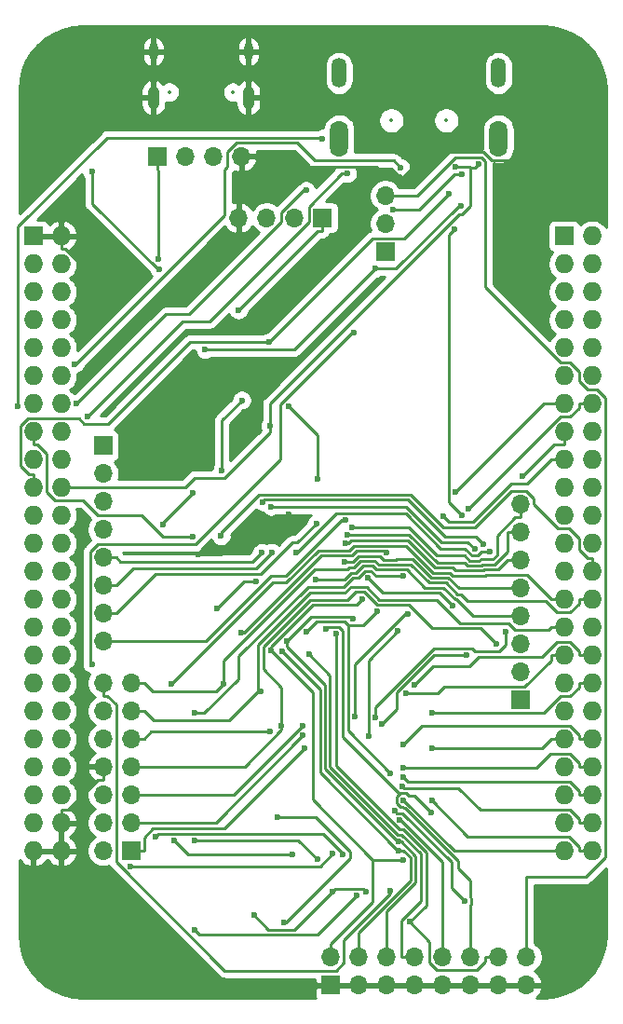
<source format=gbr>
%TF.GenerationSoftware,KiCad,Pcbnew,(5.1.10)-1*%
%TF.CreationDate,2021-10-29T17:34:37+08:00*%
%TF.ProjectId,project,70726f6a-6563-4742-9e6b-696361645f70,rev?*%
%TF.SameCoordinates,Original*%
%TF.FileFunction,Copper,L2,Bot*%
%TF.FilePolarity,Positive*%
%FSLAX46Y46*%
G04 Gerber Fmt 4.6, Leading zero omitted, Abs format (unit mm)*
G04 Created by KiCad (PCBNEW (5.1.10)-1) date 2021-10-29 17:34:37*
%MOMM*%
%LPD*%
G01*
G04 APERTURE LIST*
%TA.AperFunction,ComponentPad*%
%ADD10O,1.727200X1.727200*%
%TD*%
%TA.AperFunction,ComponentPad*%
%ADD11R,1.727200X1.727200*%
%TD*%
%TA.AperFunction,ComponentPad*%
%ADD12O,1.700000X1.700000*%
%TD*%
%TA.AperFunction,ComponentPad*%
%ADD13R,1.700000X1.700000*%
%TD*%
%TA.AperFunction,ComponentPad*%
%ADD14O,1.050000X2.100000*%
%TD*%
%TA.AperFunction,ComponentPad*%
%ADD15O,0.800000X1.600000*%
%TD*%
%TA.AperFunction,ComponentPad*%
%ADD16O,1.350000X2.700000*%
%TD*%
%TA.AperFunction,ComponentPad*%
%ADD17O,1.650000X3.300000*%
%TD*%
%TA.AperFunction,ViaPad*%
%ADD18C,3.200000*%
%TD*%
%TA.AperFunction,ViaPad*%
%ADD19C,0.600000*%
%TD*%
%TA.AperFunction,Conductor*%
%ADD20C,0.250000*%
%TD*%
%TA.AperFunction,Conductor*%
%ADD21C,0.254000*%
%TD*%
%TA.AperFunction,Conductor*%
%ADD22C,0.350000*%
%TD*%
%ADD23C,0.350000*%
%ADD24O,0.600000X1.700000*%
%ADD25O,0.600000X1.200000*%
G04 APERTURE END LIST*
D10*
%TO.P,P2,46*%
%TO.N,/Data1*%
X167170000Y-118262400D03*
%TO.P,P2,45*%
%TO.N,/Data0*%
X164630000Y-118262400D03*
%TO.P,P2,44*%
%TO.N,/Data3*%
X167170000Y-115722400D03*
%TO.P,P2,43*%
%TO.N,/Data2*%
X164630000Y-115722400D03*
%TO.P,P2,42*%
%TO.N,/Data5*%
X167170000Y-113182400D03*
%TO.P,P2,41*%
%TO.N,/Data4*%
X164630000Y-113182400D03*
%TO.P,P2,40*%
%TO.N,/Data7*%
X167170000Y-110642400D03*
%TO.P,P2,39*%
%TO.N,/Data6*%
X164630000Y-110642400D03*
%TO.P,P2,38*%
%TO.N,/Data9*%
X167170000Y-108102400D03*
%TO.P,P2,37*%
%TO.N,/Data8*%
X164630000Y-108102400D03*
%TO.P,P2,36*%
%TO.N,/Data11*%
X167170000Y-105562400D03*
%TO.P,P2,35*%
%TO.N,/Data10*%
X164630000Y-105562400D03*
%TO.P,P2,34*%
%TO.N,/Data13*%
X167170000Y-103022400D03*
%TO.P,P2,33*%
%TO.N,/Data12*%
X164630000Y-103022400D03*
%TO.P,P2,32*%
%TO.N,/Data15*%
X167170000Y-100482400D03*
%TO.P,P2,31*%
%TO.N,/Data14*%
X164630000Y-100482400D03*
%TO.P,P2,30*%
%TO.N,/DATAEN*%
X167170000Y-97942400D03*
%TO.P,P2,29*%
%TO.N,/HSYNC*%
X164630000Y-97942400D03*
%TO.P,P2,28*%
%TO.N,/PCLK*%
X167170000Y-95402400D03*
%TO.P,P2,27*%
%TO.N,/VSYNC*%
X164630000Y-95402400D03*
%TO.P,P2,26*%
%TO.N,/GPIO_INIT_DONE*%
X167170000Y-92862400D03*
%TO.P,P2,25*%
%TO.N,Net-(P2-Pad25)*%
X164630000Y-92862400D03*
%TO.P,P2,24*%
%TO.N,Net-(P2-Pad24)*%
X167170000Y-90322400D03*
%TO.P,P2,23*%
%TO.N,Net-(P2-Pad23)*%
X164630000Y-90322400D03*
%TO.P,P2,22*%
%TO.N,Net-(P2-Pad22)*%
X167170000Y-87782400D03*
%TO.P,P2,21*%
%TO.N,Net-(P2-Pad21)*%
X164630000Y-87782400D03*
%TO.P,P2,20*%
%TO.N,Net-(P2-Pad20)*%
X167170000Y-85242400D03*
%TO.P,P2,19*%
%TO.N,/Data23*%
X164630000Y-85242400D03*
%TO.P,P2,18*%
%TO.N,/GPIO5*%
X167170000Y-82702400D03*
%TO.P,P2,17*%
%TO.N,/Data20*%
X164630000Y-82702400D03*
%TO.P,P2,16*%
%TO.N,/Data17*%
X167170000Y-80162400D03*
%TO.P,P2,15*%
%TO.N,/Data16*%
X164630000Y-80162400D03*
%TO.P,P2,14*%
%TO.N,/Data21*%
X167170000Y-77622400D03*
%TO.P,P2,13*%
%TO.N,/Data22*%
X164630000Y-77622400D03*
%TO.P,P2,12*%
%TO.N,/Data19*%
X167170000Y-75082400D03*
%TO.P,P2,11*%
%TO.N,/Data18*%
X164630000Y-75082400D03*
%TO.P,P2,10*%
%TO.N,Net-(P2-Pad10)*%
X167170000Y-72542400D03*
%TO.P,P2,9*%
%TO.N,Net-(P2-Pad9)*%
X164630000Y-72542400D03*
%TO.P,P2,8*%
%TO.N,Net-(P2-Pad8)*%
X167170000Y-70002400D03*
%TO.P,P2,7*%
%TO.N,Net-(P2-Pad7)*%
X164630000Y-70002400D03*
%TO.P,P2,6*%
%TO.N,Net-(P2-Pad6)*%
X167170000Y-67462400D03*
%TO.P,P2,5*%
%TO.N,Net-(P2-Pad5)*%
X164630000Y-67462400D03*
%TO.P,P2,4*%
%TO.N,Net-(P2-Pad4)*%
X167170000Y-64922400D03*
%TO.P,P2,3*%
%TO.N,Net-(P2-Pad3)*%
X164630000Y-64922400D03*
%TO.P,P2,2*%
%TO.N,Net-(P2-Pad2)*%
X167170000Y-62382400D03*
D11*
%TO.P,P2,1*%
%TO.N,Net-(P2-Pad1)*%
X164630000Y-62382400D03*
%TD*%
D12*
%TO.P,J3,16*%
%TO.N,/SCDT*%
X161201000Y-127914000D03*
%TO.P,J3,15*%
%TO.N,GND*%
X161201000Y-130454000D03*
%TO.P,J3,14*%
%TO.N,/OCK_INV*%
X158661000Y-127914000D03*
%TO.P,J3,13*%
%TO.N,GND*%
X158661000Y-130454000D03*
%TO.P,J3,12*%
%TO.N,/PDO#*%
X156121000Y-127914000D03*
%TO.P,J3,11*%
%TO.N,GND*%
X156121000Y-130454000D03*
%TO.P,J3,10*%
%TO.N,/STAG#*%
X153581000Y-127914000D03*
%TO.P,J3,9*%
%TO.N,GND*%
X153581000Y-130454000D03*
%TO.P,J3,8*%
%TO.N,/PIXS*%
X151041000Y-127914000D03*
%TO.P,J3,7*%
%TO.N,GND*%
X151041000Y-130454000D03*
%TO.P,J3,6*%
%TO.N,/ST*%
X148501000Y-127914000D03*
%TO.P,J3,5*%
%TO.N,GND*%
X148501000Y-130454000D03*
%TO.P,J3,4*%
%TO.N,/PD#*%
X145961000Y-127914000D03*
%TO.P,J3,3*%
%TO.N,GND*%
X145961000Y-130454000D03*
%TO.P,J3,2*%
%TO.N,/DFO*%
X143421000Y-127914000D03*
D13*
%TO.P,J3,1*%
%TO.N,GND*%
X143421000Y-130454000D03*
%TD*%
D12*
%TO.P,J6,8*%
%TO.N,/PC7*%
X122720000Y-99212400D03*
%TO.P,J6,7*%
%TO.N,/PC6*%
X122720000Y-96672400D03*
%TO.P,J6,6*%
%TO.N,/PC5*%
X122720000Y-94132400D03*
%TO.P,J6,5*%
%TO.N,/PC4*%
X122720000Y-91592400D03*
%TO.P,J6,4*%
%TO.N,/PC3*%
X122720000Y-89052400D03*
%TO.P,J6,3*%
%TO.N,/PC2*%
X122720000Y-86512400D03*
%TO.P,J6,2*%
%TO.N,/PC1*%
X122720000Y-83972400D03*
D13*
%TO.P,J6,1*%
%TO.N,/PC0*%
X122720000Y-81432400D03*
%TD*%
D12*
%TO.P,J8,4*%
%TO.N,GND*%
X135293000Y-55143400D03*
%TO.P,J8,3*%
%TO.N,USB_DN*%
X132753000Y-55143400D03*
%TO.P,J8,2*%
%TO.N,USB_DP*%
X130213000Y-55143400D03*
D13*
%TO.P,J8,1*%
%TO.N,BOARD_5V*%
X127673000Y-55143400D03*
%TD*%
D12*
%TO.P,J9,8*%
%TO.N,/PB15*%
X160693000Y-86766000D03*
%TO.P,J9,7*%
%TO.N,/PB14*%
X160693000Y-89306000D03*
%TO.P,J9,6*%
%TO.N,/PB13*%
X160693000Y-91846000D03*
%TO.P,J9,5*%
%TO.N,/PB12*%
X160693000Y-94386000D03*
%TO.P,J9,4*%
%TO.N,/PB11*%
X160693000Y-96926000D03*
%TO.P,J9,3*%
%TO.N,/PB10*%
X160693000Y-99466000D03*
%TO.P,J9,2*%
%TO.N,/PB9*%
X160693000Y-102006000D03*
D13*
%TO.P,J9,1*%
%TO.N,/PB8*%
X160693000Y-104546000D03*
%TD*%
D12*
%TO.P,J2,3*%
%TO.N,/SCDT*%
X148374000Y-58699400D03*
%TO.P,J2,2*%
%TO.N,/PDO#*%
X148374000Y-61239400D03*
D13*
%TO.P,J2,1*%
%TO.N,Net-(J2-Pad1)*%
X148374000Y-63779400D03*
%TD*%
D12*
%TO.P,J4,14*%
%TO.N,/RSVD*%
X122720000Y-102992000D03*
%TO.P,J4,13*%
%TO.N,/PCLK*%
X125260000Y-102992000D03*
%TO.P,J4,12*%
%TO.N,Net-(J4-Pad12)*%
X122720000Y-105532000D03*
%TO.P,J4,11*%
%TO.N,/HSYNC*%
X125260000Y-105532000D03*
%TO.P,J4,10*%
%TO.N,Net-(J4-Pad10)*%
X122720000Y-108072000D03*
%TO.P,J4,9*%
%TO.N,/VSYNC*%
X125260000Y-108072000D03*
%TO.P,J4,8*%
%TO.N,GND*%
X122720000Y-110612000D03*
%TO.P,J4,7*%
%TO.N,/DATAEN*%
X125260000Y-110612000D03*
%TO.P,J4,6*%
%TO.N,Net-(J4-Pad6)*%
X122720000Y-113152000D03*
%TO.P,J4,5*%
%TO.N,/CTL3*%
X125260000Y-113152000D03*
%TO.P,J4,4*%
%TO.N,Net-(J4-Pad4)*%
X122720000Y-115692000D03*
%TO.P,J4,3*%
%TO.N,/CTL2*%
X125260000Y-115692000D03*
%TO.P,J4,2*%
%TO.N,Net-(J4-Pad2)*%
X122720000Y-118232000D03*
D13*
%TO.P,J4,1*%
%TO.N,/CTL1*%
X125260000Y-118232000D03*
%TD*%
D12*
%TO.P,J5,4*%
%TO.N,GND*%
X135039000Y-60731400D03*
%TO.P,J5,3*%
%TO.N,/PA14*%
X137579000Y-60731400D03*
%TO.P,J5,2*%
%TO.N,/PA13*%
X140119000Y-60731400D03*
D13*
%TO.P,J5,1*%
%TO.N,+3.3V_2*%
X142659000Y-60731400D03*
%TD*%
D14*
%TO.P,J7,S2*%
%TO.N,GND*%
X127290000Y-49804400D03*
D15*
%TO.P,J7,S4*%
X127290000Y-45624400D03*
%TO.P,J7,S3*%
X135930000Y-45624400D03*
D14*
%TO.P,J7,S1*%
X135930000Y-49804400D03*
%TD*%
D16*
%TO.P,J1,S4*%
%TO.N,N/C*%
X144172000Y-47581400D03*
%TO.P,J1,S3*%
X158672000Y-47581400D03*
D17*
%TO.P,J1,S2*%
X158672000Y-53541400D03*
%TO.P,J1,S1*%
X144172000Y-53541400D03*
%TD*%
D10*
%TO.P,P1,46*%
%TO.N,GND*%
X118910000Y-118262400D03*
%TO.P,P1,45*%
X116370000Y-118262400D03*
%TO.P,P1,44*%
X118910000Y-115722400D03*
%TO.P,P1,43*%
%TO.N,/HOST_PRESENTZ*%
X116370000Y-115722400D03*
%TO.P,P1,42*%
%TO.N,Net-(P1-Pad42)*%
X118910000Y-113182400D03*
%TO.P,P1,41*%
%TO.N,Net-(P1-Pad41)*%
X116370000Y-113182400D03*
%TO.P,P1,40*%
%TO.N,Net-(P1-Pad40)*%
X118910000Y-110642400D03*
%TO.P,P1,39*%
%TO.N,Net-(P1-Pad39)*%
X116370000Y-110642400D03*
%TO.P,P1,38*%
%TO.N,Net-(P1-Pad38)*%
X118910000Y-108102400D03*
%TO.P,P1,37*%
%TO.N,Net-(P1-Pad37)*%
X116370000Y-108102400D03*
%TO.P,P1,36*%
%TO.N,Net-(P1-Pad36)*%
X118910000Y-105562400D03*
%TO.P,P1,35*%
%TO.N,Net-(P1-Pad35)*%
X116370000Y-105562400D03*
%TO.P,P1,34*%
%TO.N,Net-(P1-Pad34)*%
X118910000Y-103022400D03*
%TO.P,P1,33*%
%TO.N,Net-(P1-Pad33)*%
X116370000Y-103022400D03*
%TO.P,P1,32*%
%TO.N,Net-(P1-Pad32)*%
X118910000Y-100482400D03*
%TO.P,P1,31*%
%TO.N,Net-(P1-Pad31)*%
X116370000Y-100482400D03*
%TO.P,P1,30*%
%TO.N,Net-(P1-Pad30)*%
X118910000Y-97942400D03*
%TO.P,P1,29*%
%TO.N,Net-(P1-Pad29)*%
X116370000Y-97942400D03*
%TO.P,P1,28*%
%TO.N,Net-(P1-Pad28)*%
X118910000Y-95402400D03*
%TO.P,P1,27*%
%TO.N,Net-(P1-Pad27)*%
X116370000Y-95402400D03*
%TO.P,P1,26*%
%TO.N,Net-(P1-Pad26)*%
X118910000Y-92862400D03*
%TO.P,P1,25*%
%TO.N,Net-(P1-Pad25)*%
X116370000Y-92862400D03*
%TO.P,P1,24*%
%TO.N,Net-(P1-Pad24)*%
X118910000Y-90322400D03*
%TO.P,P1,23*%
%TO.N,Net-(P1-Pad23)*%
X116370000Y-90322400D03*
%TO.P,P1,22*%
%TO.N,Net-(P1-Pad22)*%
X118910000Y-87782400D03*
%TO.P,P1,21*%
%TO.N,Net-(P1-Pad21)*%
X116370000Y-87782400D03*
%TO.P,P1,20*%
%TO.N,EXT_SDA*%
X118910000Y-85242400D03*
%TO.P,P1,19*%
%TO.N,EXT_SCL*%
X116370000Y-85242400D03*
%TO.P,P1,18*%
%TO.N,Net-(P1-Pad18)*%
X118910000Y-82702400D03*
%TO.P,P1,17*%
%TO.N,Net-(P1-Pad17)*%
X116370000Y-82702400D03*
%TO.P,P1,16*%
%TO.N,Net-(P1-Pad16)*%
X118910000Y-80162400D03*
%TO.P,P1,15*%
%TO.N,/PA1*%
X116370000Y-80162400D03*
%TO.P,P1,14*%
%TO.N,Net-(P1-Pad14)*%
X118910000Y-77622400D03*
%TO.P,P1,13*%
%TO.N,Net-(P1-Pad13)*%
X116370000Y-77622400D03*
%TO.P,P1,12*%
%TO.N,Net-(P1-Pad12)*%
X118910000Y-75082400D03*
%TO.P,P1,11*%
%TO.N,Net-(P1-Pad11)*%
X116370000Y-75082400D03*
%TO.P,P1,10*%
%TO.N,Net-(P1-Pad10)*%
X118910000Y-72542400D03*
%TO.P,P1,9*%
%TO.N,Net-(P1-Pad9)*%
X116370000Y-72542400D03*
%TO.P,P1,8*%
%TO.N,Net-(P1-Pad8)*%
X118910000Y-70002400D03*
%TO.P,P1,7*%
%TO.N,Net-(P1-Pad7)*%
X116370000Y-70002400D03*
%TO.P,P1,6*%
%TO.N,Net-(P1-Pad6)*%
X118910000Y-67462400D03*
%TO.P,P1,5*%
%TO.N,Net-(P1-Pad5)*%
X116370000Y-67462400D03*
%TO.P,P1,4*%
%TO.N,Net-(P1-Pad4)*%
X118910000Y-64922400D03*
%TO.P,P1,3*%
%TO.N,/VINTF*%
X116370000Y-64922400D03*
%TO.P,P1,2*%
%TO.N,GND*%
X118910000Y-62382400D03*
D11*
%TO.P,P1,1*%
X116370000Y-62382400D03*
%TD*%
D18*
%TO.N,GND*%
X118465100Y-128232400D03*
X165075100Y-128232400D03*
X165075100Y-46697400D03*
X118465100Y-46697400D03*
D19*
%TO.N,BOARD_5V*%
X127750300Y-64516400D03*
%TO.N,GND*%
X125387100Y-80289400D03*
X124752100Y-80289400D03*
X139595700Y-87702700D03*
X122720000Y-68666200D03*
X147547000Y-56237000D03*
X161111600Y-55209400D03*
X149664700Y-56996200D03*
X138711900Y-89509300D03*
X131383300Y-91343800D03*
X134537100Y-90211700D03*
X135648800Y-88951900D03*
X126784100Y-80289400D03*
X127546100Y-80289400D03*
X128308100Y-80289400D03*
X129070100Y-80289400D03*
X129832100Y-80289400D03*
X130594100Y-80289400D03*
X126022100Y-80289400D03*
X130594100Y-81051400D03*
X130594100Y-81813400D03*
X130594100Y-82575400D03*
X130594100Y-83337400D03*
%TO.N,+3.3V_1*%
X131991000Y-72688300D03*
X147461500Y-65334000D03*
X155275400Y-59609300D03*
X146611100Y-121929000D03*
X154530000Y-96013100D03*
X146764800Y-93437200D03*
X143548000Y-121985500D03*
X136447700Y-124085600D03*
%TO.N,Net-(C20-Pad1)*%
X130870200Y-85713300D03*
X128134700Y-88591600D03*
%TO.N,STM_NRST*%
X121712500Y-56545700D03*
X127843600Y-65442000D03*
X135330100Y-77304900D03*
X133504700Y-83683500D03*
%TO.N,+3.3V_2*%
X135014400Y-69112300D03*
%TO.N,EXT_SDA*%
X154715900Y-56113800D03*
X137864300Y-79622800D03*
X156825400Y-55875600D03*
%TO.N,EXT_SCL*%
X154131700Y-58551100D03*
X137781700Y-72032500D03*
%TO.N,/RXC-*%
X146870600Y-107863500D03*
X149524100Y-98258500D03*
X155338900Y-87764000D03*
X154652100Y-61807600D03*
%TO.N,/RXC+*%
X145729400Y-122320400D03*
X131031000Y-125456300D03*
%TO.N,/RX0-*%
X143604000Y-118499200D03*
X125171600Y-119640000D03*
X120306300Y-77619200D03*
X141169200Y-58242500D03*
%TO.N,/RX0+*%
X149764000Y-56144000D03*
X120117600Y-74003600D03*
X127443000Y-116946900D03*
X144520300Y-118562800D03*
%TO.N,/RX1-*%
X121712700Y-101276800D03*
X145481800Y-71144800D03*
%TO.N,/RX1+*%
X150040800Y-93283400D03*
X131018600Y-105745400D03*
X131018600Y-117317900D03*
X142177400Y-119031600D03*
%TO.N,/RX2-*%
X139967200Y-118549000D03*
X129203600Y-117317900D03*
X121322700Y-78790400D03*
X144924500Y-56720700D03*
%TO.N,/RX2+*%
X138611300Y-115219100D03*
X139193700Y-124769600D03*
X114990700Y-77877500D03*
X142618000Y-53513000D03*
%TO.N,/SCDT*%
X149239300Y-114614500D03*
X155586200Y-122844500D03*
%TO.N,/PDO#*%
X143009700Y-98105800D03*
X152541900Y-114729000D03*
%TO.N,/RSVD*%
X148835400Y-121882200D03*
%TO.N,/PCLK*%
X133688100Y-103052800D03*
%TO.N,/HSYNC*%
X137012900Y-103763500D03*
%TO.N,/VSYNC*%
X137887000Y-107416700D03*
X128956400Y-103100200D03*
%TO.N,/DATAEN*%
X158480300Y-99447200D03*
X138926400Y-106885600D03*
%TO.N,/CTL3*%
X140878600Y-106897200D03*
%TO.N,/CTL2*%
X140897100Y-107764100D03*
%TO.N,/CTL1*%
X141059500Y-108893900D03*
%TO.N,/PC7*%
X144784000Y-88222900D03*
%TO.N,/PC6*%
X142100600Y-88516400D03*
%TO.N,/PC5*%
X138037900Y-91147100D03*
%TO.N,/PC4*%
X137136100Y-91152500D03*
%TO.N,/PB15*%
X145378800Y-88851900D03*
%TO.N,/PB14*%
X144883700Y-89513600D03*
%TO.N,/PB13*%
X144794600Y-90314000D03*
%TO.N,/PB12*%
X144670200Y-92015000D03*
%TO.N,/PB11*%
X142053200Y-93581700D03*
%TO.N,/PB10*%
X140264100Y-91160800D03*
X157898700Y-91082000D03*
%TO.N,/PB9*%
X137204400Y-86545900D03*
X157273400Y-90423400D03*
%TO.N,/PB8*%
X138000600Y-86971600D03*
X156489400Y-90809000D03*
%TO.N,/PA1*%
X130880400Y-89712800D03*
%TO.N,/Data18*%
X147473600Y-106101400D03*
X159323100Y-98349400D03*
%TO.N,/Data22*%
X154777900Y-85612700D03*
%TO.N,/Data21*%
X145616100Y-106068200D03*
X150414500Y-96731300D03*
X155953000Y-87138700D03*
%TO.N,/Data16*%
X160874400Y-84171600D03*
%TO.N,/Data20*%
X153602600Y-87818800D03*
%TO.N,/Data23*%
X148040000Y-106705200D03*
X155717800Y-100474500D03*
%TO.N,/GPIO_INIT_DONE*%
X133446700Y-89650900D03*
%TO.N,/Data14*%
X150241400Y-103930300D03*
%TO.N,/Data15*%
X151015700Y-103174600D03*
%TO.N,/Data13*%
X152657700Y-105727100D03*
%TO.N,/Data8*%
X152594800Y-108909400D03*
%TO.N,/Data9*%
X150006600Y-108545600D03*
%TO.N,/Data7*%
X150024300Y-110710400D03*
%TO.N,/Data5*%
X150021700Y-111556400D03*
%TO.N,/Data3*%
X149942900Y-112375600D03*
%TO.N,/Data0*%
X150028400Y-113626300D03*
%TO.N,/Data1*%
X152604000Y-113698800D03*
%TO.N,/DFO*%
X149995500Y-119087200D03*
X146268800Y-95394700D03*
X137950900Y-99996500D03*
%TO.N,/PD#*%
X138967500Y-100151200D03*
X135244400Y-98409500D03*
X148464100Y-91178500D03*
X149592300Y-118249600D03*
%TO.N,/ST*%
X149593900Y-117411800D03*
X145429000Y-97119100D03*
X139422100Y-99165400D03*
%TO.N,/PIXS*%
X141443900Y-100404500D03*
%TO.N,/STAG#*%
X149691500Y-115436400D03*
X148842300Y-111189200D03*
X141170800Y-98353900D03*
X147595700Y-96507200D03*
%TO.N,/OCK_INV*%
X150592600Y-124715400D03*
X143914900Y-98506400D03*
%TO.N,USER_LED*%
X139596300Y-77867400D03*
X142214200Y-84443100D03*
%TO.N,/PA6*%
X133107600Y-96257600D03*
X136605600Y-93800300D03*
%TO.N,HDMI_5V*%
X149092200Y-60021800D03*
X155328200Y-56811600D03*
%TD*%
D20*
%TO.N,BOARD_5V*%
X127673000Y-55143400D02*
X127673000Y-56318700D01*
X127673000Y-56318700D02*
X127750300Y-56396000D01*
X127750300Y-56396000D02*
X127750300Y-64516400D01*
%TO.N,GND*%
X118910000Y-63571300D02*
X119281500Y-63571300D01*
X119281500Y-63571300D02*
X122720000Y-67009800D01*
X122720000Y-67009800D02*
X122720000Y-68666200D01*
X134537100Y-90211700D02*
X133405000Y-91343800D01*
X133405000Y-91343800D02*
X131383300Y-91343800D01*
X135648800Y-89203400D02*
X135545400Y-89203400D01*
X135545400Y-89203400D02*
X134537100Y-90211700D01*
X138406000Y-89203400D02*
X138711900Y-89509300D01*
X135648800Y-89203400D02*
X138406000Y-89203400D01*
X138406000Y-89203400D02*
X138406000Y-88892400D01*
X138406000Y-88892400D02*
X139595700Y-87702700D01*
X118910000Y-62382400D02*
X118910000Y-63571300D01*
X116370000Y-62382400D02*
X118910000Y-62382400D01*
X147547000Y-56237000D02*
X147403500Y-56093500D01*
X147403500Y-56093500D02*
X137418400Y-56093500D01*
X137418400Y-56093500D02*
X136468300Y-55143400D01*
X149664700Y-56996200D02*
X148905500Y-56237000D01*
X148905500Y-56237000D02*
X147547000Y-56237000D01*
X135293000Y-55143400D02*
X136468300Y-55143400D01*
X151041000Y-130454000D02*
X153581000Y-130454000D01*
X148501000Y-130454000D02*
X151041000Y-130454000D01*
X135930000Y-49804400D02*
X135930000Y-45624400D01*
X149664700Y-56996200D02*
X149973600Y-56996200D01*
X149973600Y-56996200D02*
X152234800Y-54735000D01*
X152234800Y-54735000D02*
X157300600Y-54735000D01*
X157300600Y-54735000D02*
X158084100Y-55518500D01*
X158084100Y-55518500D02*
X160802500Y-55518500D01*
X160802500Y-55518500D02*
X161111600Y-55209400D01*
X156121000Y-130454000D02*
X158661000Y-130454000D01*
X135648800Y-88951900D02*
X135648800Y-89203400D01*
X142245700Y-130454000D02*
X132290500Y-130454000D01*
X132290500Y-130454000D02*
X120098900Y-118262400D01*
X145961000Y-130454000D02*
X148501000Y-130454000D01*
X118910000Y-118262400D02*
X120098900Y-118262400D01*
X143421000Y-130454000D02*
X142245700Y-130454000D01*
X122720000Y-111787300D02*
X122242400Y-111787300D01*
X122242400Y-111787300D02*
X119496200Y-114533500D01*
X119496200Y-114533500D02*
X118910000Y-114533500D01*
X145961000Y-130454000D02*
X143421000Y-130454000D01*
X116370000Y-118262400D02*
X118910000Y-118262400D01*
X158661000Y-130454000D02*
X161201000Y-130454000D01*
X118910000Y-115722400D02*
X118910000Y-114533500D01*
X122720000Y-110612000D02*
X122720000Y-111787300D01*
X127290000Y-45624400D02*
X135930000Y-45624400D01*
%TO.N,+3.3V_1*%
X147461500Y-65334000D02*
X140107200Y-72688300D01*
X140107200Y-72688300D02*
X131991000Y-72688300D01*
X147461500Y-65334000D02*
X149334500Y-65334000D01*
X149334500Y-65334000D02*
X155059200Y-59609300D01*
X155059200Y-59609300D02*
X155275400Y-59609300D01*
X154530000Y-96013100D02*
X153290200Y-94773300D01*
X153290200Y-94773300D02*
X148100900Y-94773300D01*
X148100900Y-94773300D02*
X146764800Y-93437200D01*
X143548000Y-121985500D02*
X143843200Y-121690300D01*
X143843200Y-121690300D02*
X146372400Y-121690300D01*
X146372400Y-121690300D02*
X146611100Y-121929000D01*
X136447700Y-124085600D02*
X137762100Y-125400000D01*
X137762100Y-125400000D02*
X140133500Y-125400000D01*
X140133500Y-125400000D02*
X143548000Y-121985500D01*
%TO.N,Net-(C20-Pad1)*%
X130870200Y-85713300D02*
X128134700Y-88448800D01*
X128134700Y-88448800D02*
X128134700Y-88591600D01*
%TO.N,STM_NRST*%
X121712500Y-56545700D02*
X121712500Y-59449700D01*
X121712500Y-59449700D02*
X127704800Y-65442000D01*
X127704800Y-65442000D02*
X127843600Y-65442000D01*
X133504700Y-83683500D02*
X133504700Y-79130300D01*
X133504700Y-79130300D02*
X135330100Y-77304900D01*
%TO.N,+3.3V_2*%
X142659000Y-60731400D02*
X142659000Y-61906700D01*
X142659000Y-61906700D02*
X142220000Y-61906700D01*
X142220000Y-61906700D02*
X135014400Y-69112300D01*
%TO.N,EXT_SDA*%
X156109800Y-56157300D02*
X156543700Y-56157300D01*
X156543700Y-56157300D02*
X156825400Y-55875600D01*
X137864300Y-79622800D02*
X137864300Y-77640100D01*
X137864300Y-77640100D02*
X155112100Y-60392300D01*
X155112100Y-60392300D02*
X155376800Y-60392300D01*
X155376800Y-60392300D02*
X156109800Y-59659300D01*
X156109800Y-59659300D02*
X156109800Y-56157300D01*
X154715900Y-56113800D02*
X156066300Y-56113800D01*
X156066300Y-56113800D02*
X156109800Y-56157300D01*
X137864300Y-79622800D02*
X137864300Y-80256800D01*
X137864300Y-80256800D02*
X133764200Y-84356900D01*
X133764200Y-84356900D02*
X131035700Y-84356900D01*
X131035700Y-84356900D02*
X130150200Y-85242400D01*
X130150200Y-85242400D02*
X118910000Y-85242400D01*
%TO.N,EXT_SCL*%
X154131700Y-58551100D02*
X150078800Y-62604000D01*
X150078800Y-62604000D02*
X147210200Y-62604000D01*
X147210200Y-62604000D02*
X137781700Y-72032500D01*
X116370000Y-84053500D02*
X115998400Y-84053500D01*
X115998400Y-84053500D02*
X115181100Y-83236200D01*
X115181100Y-83236200D02*
X115181100Y-79659400D01*
X115181100Y-79659400D02*
X115893400Y-78947100D01*
X115893400Y-78947100D02*
X120514400Y-78947100D01*
X120514400Y-78947100D02*
X120988500Y-79421200D01*
X120988500Y-79421200D02*
X123184700Y-79421200D01*
X123184700Y-79421200D02*
X130573400Y-72032500D01*
X130573400Y-72032500D02*
X137781700Y-72032500D01*
X116370000Y-85242400D02*
X116370000Y-84053500D01*
%TO.N,/RXC-*%
X155338900Y-87764000D02*
X154152600Y-86577700D01*
X154152600Y-86577700D02*
X154152600Y-62307100D01*
X154152600Y-62307100D02*
X154652100Y-61807600D01*
X146870600Y-107863500D02*
X146848300Y-107841200D01*
X146848300Y-107841200D02*
X146848300Y-100934300D01*
X146848300Y-100934300D02*
X149524100Y-98258500D01*
%TO.N,/RXC+*%
X145729400Y-122320400D02*
X142199500Y-125850300D01*
X142199500Y-125850300D02*
X131425000Y-125850300D01*
X131425000Y-125850300D02*
X131031000Y-125456300D01*
%TO.N,/RX0-*%
X125171600Y-119640000D02*
X125188600Y-119657000D01*
X125188600Y-119657000D02*
X142446200Y-119657000D01*
X142446200Y-119657000D02*
X143604000Y-118499200D01*
X141169200Y-58242500D02*
X140905900Y-58242500D01*
X140905900Y-58242500D02*
X138943600Y-60204800D01*
X138943600Y-60204800D02*
X138943600Y-61076100D01*
X138943600Y-61076100D02*
X130534200Y-69485500D01*
X130534200Y-69485500D02*
X128440000Y-69485500D01*
X128440000Y-69485500D02*
X120306300Y-77619200D01*
%TO.N,/RX0+*%
X149764000Y-56144000D02*
X149155500Y-55535500D01*
X149155500Y-55535500D02*
X141981300Y-55535500D01*
X141981300Y-55535500D02*
X140371600Y-53925800D01*
X140371600Y-53925800D02*
X134826700Y-53925800D01*
X134826700Y-53925800D02*
X134023000Y-54729500D01*
X134023000Y-54729500D02*
X134023000Y-56066100D01*
X134023000Y-56066100D02*
X133745400Y-56343700D01*
X133745400Y-56343700D02*
X133745400Y-60467600D01*
X133745400Y-60467600D02*
X120209400Y-74003600D01*
X120209400Y-74003600D02*
X120117600Y-74003600D01*
X127443000Y-116946900D02*
X127697400Y-116692500D01*
X127697400Y-116692500D02*
X142721700Y-116692500D01*
X142721700Y-116692500D02*
X144520300Y-118491100D01*
X144520300Y-118491100D02*
X144520300Y-118562800D01*
%TO.N,/RX1-*%
X121712700Y-101276800D02*
X121544600Y-101108700D01*
X121544600Y-101108700D02*
X121544600Y-91087500D01*
X121544600Y-91087500D02*
X122215100Y-90417000D01*
X122215100Y-90417000D02*
X131081100Y-90417000D01*
X131081100Y-90417000D02*
X138860400Y-82637700D01*
X138860400Y-82637700D02*
X138860400Y-77661000D01*
X138860400Y-77661000D02*
X145376600Y-71144800D01*
X145376600Y-71144800D02*
X145481800Y-71144800D01*
%TO.N,/RX1+*%
X150040800Y-93283400D02*
X147521800Y-93283400D01*
X147521800Y-93283400D02*
X147036100Y-92797700D01*
X147036100Y-92797700D02*
X146518100Y-92797700D01*
X146518100Y-92797700D02*
X145897300Y-93418500D01*
X145897300Y-93418500D02*
X145450000Y-93418500D01*
X145450000Y-93418500D02*
X144620200Y-94248300D01*
X144620200Y-94248300D02*
X141345100Y-94248300D01*
X141345100Y-94248300D02*
X135018000Y-100575400D01*
X135018000Y-100575400D02*
X135018000Y-102651500D01*
X135018000Y-102651500D02*
X131924100Y-105745400D01*
X131924100Y-105745400D02*
X131018600Y-105745400D01*
X131018600Y-117317900D02*
X140463700Y-117317900D01*
X140463700Y-117317900D02*
X142177400Y-119031600D01*
%TO.N,/RX2-*%
X121322700Y-78790400D02*
X129952200Y-70160900D01*
X129952200Y-70160900D02*
X132387400Y-70160900D01*
X132387400Y-70160900D02*
X141422900Y-61125400D01*
X141422900Y-61125400D02*
X141422900Y-59697100D01*
X141422900Y-59697100D02*
X144399300Y-56720700D01*
X144399300Y-56720700D02*
X144924500Y-56720700D01*
X129203600Y-117317900D02*
X130434700Y-118549000D01*
X130434700Y-118549000D02*
X139967200Y-118549000D01*
%TO.N,/RX2+*%
X139193700Y-124769600D02*
X139332000Y-124769600D01*
X139332000Y-124769600D02*
X145191800Y-118909800D01*
X145191800Y-118909800D02*
X145191800Y-118347100D01*
X145191800Y-118347100D02*
X142063800Y-115219100D01*
X142063800Y-115219100D02*
X138611300Y-115219100D01*
X142618000Y-53513000D02*
X142538200Y-53433200D01*
X142538200Y-53433200D02*
X123105300Y-53433200D01*
X123105300Y-53433200D02*
X114990700Y-61547800D01*
X114990700Y-61547800D02*
X114990700Y-77877500D01*
%TO.N,/SCDT*%
X155586200Y-122844500D02*
X154365300Y-121623600D01*
X154365300Y-121623600D02*
X154365300Y-119225800D01*
X154365300Y-119225800D02*
X149950600Y-114811100D01*
X149950600Y-114811100D02*
X149435900Y-114811100D01*
X149435900Y-114811100D02*
X149239300Y-114614500D01*
X148374000Y-58699400D02*
X151246000Y-58699400D01*
X151246000Y-58699400D02*
X154706200Y-55239200D01*
X154706200Y-55239200D02*
X157073400Y-55239200D01*
X157073400Y-55239200D02*
X157450700Y-55616500D01*
X157450700Y-55616500D02*
X157450700Y-67054300D01*
X157450700Y-67054300D02*
X164289800Y-73893400D01*
X164289800Y-73893400D02*
X165144300Y-73893400D01*
X165144300Y-73893400D02*
X165981000Y-74730100D01*
X165981000Y-74730100D02*
X165981000Y-75596700D01*
X165981000Y-75596700D02*
X166736700Y-76352400D01*
X166736700Y-76352400D02*
X167649300Y-76352400D01*
X167649300Y-76352400D02*
X168385600Y-77088700D01*
X168385600Y-77088700D02*
X168385600Y-118802400D01*
X168385600Y-118802400D02*
X166604600Y-120583400D01*
X166604600Y-120583400D02*
X161201000Y-120583400D01*
X161201000Y-120583400D02*
X161201000Y-126738700D01*
X161201000Y-127914000D02*
X161201000Y-126738700D01*
%TO.N,/PDO#*%
X149693200Y-113077200D02*
X149403100Y-113367300D01*
X149403100Y-113367300D02*
X149403100Y-113893900D01*
X149403100Y-113893900D02*
X149760900Y-114251700D01*
X149760900Y-114251700D02*
X149939300Y-114251700D01*
X149939300Y-114251700D02*
X150048400Y-114360800D01*
X150048400Y-114360800D02*
X150137200Y-114360800D01*
X150137200Y-114360800D02*
X154974700Y-119198300D01*
X154974700Y-119198300D02*
X154974700Y-119835200D01*
X154974700Y-119835200D02*
X156121000Y-120981500D01*
X156121000Y-120981500D02*
X156121000Y-122494900D01*
X156121000Y-122494900D02*
X156211500Y-122585400D01*
X156211500Y-122585400D02*
X156211500Y-123103600D01*
X156211500Y-123103600D02*
X156121000Y-123194100D01*
X156121000Y-123194100D02*
X156121000Y-127914000D01*
X152541900Y-114729000D02*
X151028200Y-113215300D01*
X151028200Y-113215300D02*
X150501800Y-113215300D01*
X150501800Y-113215300D02*
X150287500Y-113001000D01*
X150287500Y-113001000D02*
X149769400Y-113001000D01*
X149769400Y-113001000D02*
X149693200Y-113077200D01*
X143009700Y-98105800D02*
X143234400Y-97881100D01*
X143234400Y-97881100D02*
X144192700Y-97881100D01*
X144192700Y-97881100D02*
X144540300Y-98228700D01*
X144540300Y-98228700D02*
X144540300Y-107924400D01*
X144540300Y-107924400D02*
X149693200Y-113077200D01*
%TO.N,/RSVD*%
X122720000Y-104167300D02*
X123087400Y-104167300D01*
X123087400Y-104167300D02*
X123895300Y-104975200D01*
X123895300Y-104975200D02*
X123895300Y-119248000D01*
X123895300Y-119248000D02*
X133778800Y-129131500D01*
X133778800Y-129131500D02*
X143903800Y-129131500D01*
X143903800Y-129131500D02*
X144596400Y-128438900D01*
X144596400Y-128438900D02*
X144596400Y-126399200D01*
X144596400Y-126399200D02*
X148835400Y-122160200D01*
X148835400Y-122160200D02*
X148835400Y-121882200D01*
X122720000Y-102992000D02*
X122720000Y-104167300D01*
%TO.N,/PCLK*%
X133688100Y-103052800D02*
X133688100Y-100984800D01*
X133688100Y-100984800D02*
X141995700Y-92677200D01*
X141995700Y-92677200D02*
X144917500Y-92677200D01*
X144917500Y-92677200D02*
X145076800Y-92517900D01*
X145076800Y-92517900D02*
X145524000Y-92517900D01*
X145524000Y-92517900D02*
X146144800Y-91897100D01*
X146144800Y-91897100D02*
X147409300Y-91897100D01*
X147409300Y-91897100D02*
X147766300Y-92254100D01*
X147766300Y-92254100D02*
X149548900Y-92254100D01*
X149548900Y-92254100D02*
X149595200Y-92207800D01*
X149595200Y-92207800D02*
X150697400Y-92207800D01*
X150697400Y-92207800D02*
X152362300Y-93872700D01*
X152362300Y-93872700D02*
X153857300Y-93872700D01*
X153857300Y-93872700D02*
X154922100Y-94937500D01*
X154922100Y-94937500D02*
X155257400Y-94937500D01*
X155257400Y-94937500D02*
X155883400Y-95563500D01*
X155883400Y-95563500D02*
X162965300Y-95563500D01*
X162965300Y-95563500D02*
X163993100Y-96591300D01*
X163993100Y-96591300D02*
X165163800Y-96591300D01*
X165163800Y-96591300D02*
X165981100Y-95774000D01*
X165981100Y-95774000D02*
X165981100Y-95402400D01*
X126435300Y-102992000D02*
X127198000Y-103754700D01*
X127198000Y-103754700D02*
X132986200Y-103754700D01*
X132986200Y-103754700D02*
X133688100Y-103052800D01*
X125260000Y-102992000D02*
X126435300Y-102992000D01*
X167170000Y-95402400D02*
X165981100Y-95402400D01*
%TO.N,/HSYNC*%
X163441100Y-97942400D02*
X163250900Y-98132600D01*
X163250900Y-98132600D02*
X160142500Y-98132600D01*
X160142500Y-98132600D02*
X159569800Y-97559900D01*
X159569800Y-97559900D02*
X155192500Y-97559900D01*
X155192500Y-97559900D02*
X153061900Y-95429300D01*
X153061900Y-95429300D02*
X153061900Y-95429200D01*
X153061900Y-95429200D02*
X147824700Y-95429200D01*
X147824700Y-95429200D02*
X146669900Y-94274400D01*
X146669900Y-94274400D02*
X145231000Y-94274400D01*
X145231000Y-94274400D02*
X144709600Y-94795800D01*
X144709600Y-94795800D02*
X141508500Y-94795800D01*
X141508500Y-94795800D02*
X136774500Y-99529800D01*
X136774500Y-99529800D02*
X136774500Y-103763500D01*
X136774500Y-103763500D02*
X137012900Y-103763500D01*
X126435300Y-105532000D02*
X127274000Y-106370700D01*
X127274000Y-106370700D02*
X134167300Y-106370700D01*
X134167300Y-106370700D02*
X136774500Y-103763500D01*
X164630000Y-97942400D02*
X163441100Y-97942400D01*
X125260000Y-105532000D02*
X126435300Y-105532000D01*
%TO.N,/VSYNC*%
X128956400Y-103100200D02*
X138159900Y-93896700D01*
X138159900Y-93896700D02*
X139369000Y-93896700D01*
X139369000Y-93896700D02*
X142326400Y-90939300D01*
X142326400Y-90939300D02*
X145053700Y-90939300D01*
X145053700Y-90939300D02*
X145473400Y-90519600D01*
X145473400Y-90519600D02*
X150283000Y-90519600D01*
X150283000Y-90519600D02*
X152735500Y-92972100D01*
X152735500Y-92972100D02*
X154266800Y-92972100D01*
X154266800Y-92972100D02*
X154530200Y-93235500D01*
X154530200Y-93235500D02*
X157494900Y-93235500D01*
X157494900Y-93235500D02*
X157519800Y-93210600D01*
X157519800Y-93210600D02*
X161249300Y-93210600D01*
X161249300Y-93210600D02*
X163441100Y-95402400D01*
X125260000Y-108072000D02*
X126435300Y-108072000D01*
X126435300Y-108072000D02*
X127090600Y-107416700D01*
X127090600Y-107416700D02*
X137887000Y-107416700D01*
X164630000Y-95402400D02*
X163441100Y-95402400D01*
%TO.N,/DATAEN*%
X138926400Y-106885600D02*
X138926400Y-103410300D01*
X138926400Y-103410300D02*
X137278100Y-101762000D01*
X137278100Y-101762000D02*
X137278100Y-99663200D01*
X137278100Y-99663200D02*
X141497300Y-95444000D01*
X141497300Y-95444000D02*
X144952800Y-95444000D01*
X144952800Y-95444000D02*
X145669600Y-94727200D01*
X145669600Y-94727200D02*
X146485700Y-94727200D01*
X146485700Y-94727200D02*
X147638100Y-95879600D01*
X147638100Y-95879600D02*
X150472800Y-95879600D01*
X150472800Y-95879600D02*
X152603500Y-98010300D01*
X152603500Y-98010300D02*
X157043400Y-98010300D01*
X157043400Y-98010300D02*
X158480300Y-99447200D01*
X126435300Y-110612000D02*
X135576100Y-110612000D01*
X135576100Y-110612000D02*
X138926400Y-107261700D01*
X138926400Y-107261700D02*
X138926400Y-106885600D01*
X125260000Y-110612000D02*
X126435300Y-110612000D01*
%TO.N,/CTL3*%
X140878600Y-106897200D02*
X134623800Y-113152000D01*
X134623800Y-113152000D02*
X125260000Y-113152000D01*
%TO.N,/CTL2*%
X140897100Y-107764100D02*
X132969200Y-115692000D01*
X132969200Y-115692000D02*
X126435300Y-115692000D01*
X125260000Y-115692000D02*
X126435300Y-115692000D01*
%TO.N,/CTL1*%
X125260000Y-118232000D02*
X126435300Y-118232000D01*
X126435300Y-118232000D02*
X126435300Y-117056700D01*
X126435300Y-117056700D02*
X127249900Y-116242100D01*
X127249900Y-116242100D02*
X133711300Y-116242100D01*
X133711300Y-116242100D02*
X141059500Y-108893900D01*
%TO.N,/PC7*%
X122720000Y-99212400D02*
X132078000Y-99212400D01*
X132078000Y-99212400D02*
X138003000Y-93287400D01*
X138003000Y-93287400D02*
X139341400Y-93287400D01*
X139341400Y-93287400D02*
X144405900Y-88222900D01*
X144405900Y-88222900D02*
X144784000Y-88222900D01*
%TO.N,/PC6*%
X123895300Y-96672400D02*
X127471900Y-93095800D01*
X127471900Y-93095800D02*
X137068400Y-93095800D01*
X137068400Y-93095800D02*
X139923200Y-90241000D01*
X139923200Y-90241000D02*
X140376000Y-90241000D01*
X140376000Y-90241000D02*
X142100600Y-88516400D01*
X122720000Y-96672400D02*
X123895300Y-96672400D01*
%TO.N,/PC5*%
X123895300Y-94132400D02*
X125436800Y-92590900D01*
X125436800Y-92590900D02*
X136594100Y-92590900D01*
X136594100Y-92590900D02*
X138037900Y-91147100D01*
X122720000Y-94132400D02*
X123895300Y-94132400D01*
%TO.N,/PC4*%
X137136100Y-91152500D02*
X136289900Y-91998700D01*
X136289900Y-91998700D02*
X124301600Y-91998700D01*
X124301600Y-91998700D02*
X123895300Y-91592400D01*
X122720000Y-91592400D02*
X123895300Y-91592400D01*
%TO.N,/PB15*%
X145378800Y-88851900D02*
X150526000Y-88851900D01*
X150526000Y-88851900D02*
X153070100Y-91396000D01*
X153070100Y-91396000D02*
X155555200Y-91396000D01*
X155555200Y-91396000D02*
X156043800Y-91884600D01*
X156043800Y-91884600D02*
X156935100Y-91884600D01*
X156935100Y-91884600D02*
X157064800Y-91754900D01*
X157064800Y-91754900D02*
X158164800Y-91754900D01*
X158164800Y-91754900D02*
X158524100Y-91395600D01*
X158524100Y-91395600D02*
X158524100Y-89596000D01*
X158524100Y-89596000D02*
X160178800Y-87941300D01*
X160178800Y-87941300D02*
X160693000Y-87941300D01*
X160693000Y-86766000D02*
X160693000Y-87941300D01*
%TO.N,/PB14*%
X144883700Y-89513600D02*
X150550800Y-89513600D01*
X150550800Y-89513600D02*
X153108700Y-92071500D01*
X153108700Y-92071500D02*
X155593800Y-92071500D01*
X155593800Y-92071500D02*
X155857200Y-92334900D01*
X155857200Y-92334900D02*
X157121700Y-92334900D01*
X157121700Y-92334900D02*
X157205700Y-92250900D01*
X157205700Y-92250900D02*
X158312500Y-92250900D01*
X158312500Y-92250900D02*
X159517700Y-91045700D01*
X159517700Y-91045700D02*
X159517700Y-89306000D01*
X160693000Y-89306000D02*
X159517700Y-89306000D01*
%TO.N,/PB13*%
X144794600Y-90314000D02*
X144978900Y-90314000D01*
X144978900Y-90314000D02*
X145229800Y-90063100D01*
X145229800Y-90063100D02*
X150463400Y-90063100D01*
X150463400Y-90063100D02*
X152922100Y-92521800D01*
X152922100Y-92521800D02*
X154453400Y-92521800D01*
X154453400Y-92521800D02*
X154716800Y-92785200D01*
X154716800Y-92785200D02*
X157308300Y-92785200D01*
X157308300Y-92785200D02*
X157392300Y-92701200D01*
X157392300Y-92701200D02*
X158662500Y-92701200D01*
X158662500Y-92701200D02*
X159517700Y-91846000D01*
X160693000Y-91846000D02*
X159517700Y-91846000D01*
%TO.N,/PB12*%
X159517700Y-94386000D02*
X155043800Y-94386000D01*
X155043800Y-94386000D02*
X154080200Y-93422400D01*
X154080200Y-93422400D02*
X152548900Y-93422400D01*
X152548900Y-93422400D02*
X150884000Y-91757500D01*
X150884000Y-91757500D02*
X149408600Y-91757500D01*
X149408600Y-91757500D02*
X149362300Y-91803800D01*
X149362300Y-91803800D02*
X148205100Y-91803800D01*
X148205100Y-91803800D02*
X147848100Y-91446800D01*
X147848100Y-91446800D02*
X145958200Y-91446800D01*
X145958200Y-91446800D02*
X145390000Y-92015000D01*
X145390000Y-92015000D02*
X144670200Y-92015000D01*
X160693000Y-94386000D02*
X159517700Y-94386000D01*
%TO.N,/PB11*%
X159517700Y-96926000D02*
X156327300Y-96926000D01*
X156327300Y-96926000D02*
X154789100Y-95387800D01*
X154789100Y-95387800D02*
X154735500Y-95387800D01*
X154735500Y-95387800D02*
X153670700Y-94323000D01*
X153670700Y-94323000D02*
X151964800Y-94323000D01*
X151964800Y-94323000D02*
X150299900Y-92658100D01*
X150299900Y-92658100D02*
X149781800Y-92658100D01*
X149781800Y-92658100D02*
X149735500Y-92704400D01*
X149735500Y-92704400D02*
X147579700Y-92704400D01*
X147579700Y-92704400D02*
X147222700Y-92347400D01*
X147222700Y-92347400D02*
X146331400Y-92347400D01*
X146331400Y-92347400D02*
X145710600Y-92968200D01*
X145710600Y-92968200D02*
X145263400Y-92968200D01*
X145263400Y-92968200D02*
X144649900Y-93581700D01*
X144649900Y-93581700D02*
X142053200Y-93581700D01*
X160693000Y-96926000D02*
X159517700Y-96926000D01*
%TO.N,/PB10*%
X140264100Y-91160800D02*
X140340600Y-91160800D01*
X140340600Y-91160800D02*
X143908400Y-87593000D01*
X143908400Y-87593000D02*
X150222500Y-87593000D01*
X150222500Y-87593000D02*
X153404500Y-90775000D01*
X153404500Y-90775000D02*
X155571100Y-90775000D01*
X155571100Y-90775000D02*
X156230400Y-91434300D01*
X156230400Y-91434300D02*
X156748500Y-91434300D01*
X156748500Y-91434300D02*
X157100800Y-91082000D01*
X157100800Y-91082000D02*
X157898700Y-91082000D01*
%TO.N,/PB9*%
X137204400Y-86545900D02*
X137404000Y-86346300D01*
X137404000Y-86346300D02*
X150436100Y-86346300D01*
X150436100Y-86346300D02*
X153830100Y-89740300D01*
X153830100Y-89740300D02*
X156590300Y-89740300D01*
X156590300Y-89740300D02*
X157273400Y-90423400D01*
%TO.N,/PB8*%
X138000600Y-86971600D02*
X150238000Y-86971600D01*
X150238000Y-86971600D02*
X153457000Y-90190600D01*
X153457000Y-90190600D02*
X155871000Y-90190600D01*
X155871000Y-90190600D02*
X156489400Y-90809000D01*
%TO.N,/PA1*%
X116370000Y-81351300D02*
X116741600Y-81351300D01*
X116741600Y-81351300D02*
X117558900Y-82168600D01*
X117558900Y-82168600D02*
X117558900Y-85633600D01*
X117558900Y-85633600D02*
X118356700Y-86431400D01*
X118356700Y-86431400D02*
X120916400Y-86431400D01*
X120916400Y-86431400D02*
X122267400Y-87782400D01*
X122267400Y-87782400D02*
X126239200Y-87782400D01*
X126239200Y-87782400D02*
X128169600Y-89712800D01*
X128169600Y-89712800D02*
X130880400Y-89712800D01*
X116370000Y-80162400D02*
X116370000Y-81351300D01*
%TO.N,/Data18*%
X159323100Y-98349400D02*
X159323100Y-99496700D01*
X159323100Y-99496700D02*
X158727200Y-100092600D01*
X158727200Y-100092600D02*
X156551200Y-100092600D01*
X156551200Y-100092600D02*
X156297900Y-99839300D01*
X156297900Y-99839300D02*
X152803300Y-99839300D01*
X152803300Y-99839300D02*
X147473600Y-105169000D01*
X147473600Y-105169000D02*
X147473600Y-106101400D01*
%TO.N,/Data22*%
X163441100Y-77622400D02*
X162768200Y-77622400D01*
X162768200Y-77622400D02*
X154777900Y-85612700D01*
X164630000Y-77622400D02*
X163441100Y-77622400D01*
%TO.N,/Data21*%
X150414500Y-96731300D02*
X150167000Y-96731300D01*
X150167000Y-96731300D02*
X145616100Y-101282200D01*
X145616100Y-101282200D02*
X145616100Y-106068200D01*
X165981100Y-77622400D02*
X165981100Y-77994000D01*
X165981100Y-77994000D02*
X165163800Y-78811300D01*
X165163800Y-78811300D02*
X164280400Y-78811300D01*
X164280400Y-78811300D02*
X155953000Y-87138700D01*
X167170000Y-77622400D02*
X165981100Y-77622400D01*
%TO.N,/Data16*%
X164630000Y-80162400D02*
X164630000Y-81351300D01*
X164630000Y-81351300D02*
X163694700Y-81351300D01*
X163694700Y-81351300D02*
X160874400Y-84171600D01*
%TO.N,/Data20*%
X163441100Y-82702400D02*
X161276000Y-84867500D01*
X161276000Y-84867500D02*
X159864800Y-84867500D01*
X159864800Y-84867500D02*
X156342900Y-88389400D01*
X156342900Y-88389400D02*
X154173200Y-88389400D01*
X154173200Y-88389400D02*
X153602600Y-87818800D01*
X164630000Y-82702400D02*
X163441100Y-82702400D01*
%TO.N,/Data23*%
X148040000Y-106705200D02*
X149402600Y-105342600D01*
X149402600Y-105342600D02*
X149402600Y-103876900D01*
X149402600Y-103876900D02*
X152805000Y-100474500D01*
X152805000Y-100474500D02*
X155717800Y-100474500D01*
%TO.N,/GPIO_INIT_DONE*%
X167170000Y-92862400D02*
X167170000Y-91673500D01*
X167170000Y-91673500D02*
X166798400Y-91673500D01*
X166798400Y-91673500D02*
X165981100Y-90856200D01*
X165981100Y-90856200D02*
X165981100Y-89900200D01*
X165981100Y-89900200D02*
X165052300Y-88971400D01*
X165052300Y-88971400D02*
X164066300Y-88971400D01*
X164066300Y-88971400D02*
X161868400Y-86773500D01*
X161868400Y-86773500D02*
X161868400Y-86249500D01*
X161868400Y-86249500D02*
X161149800Y-85530900D01*
X161149800Y-85530900D02*
X159838300Y-85530900D01*
X159838300Y-85530900D02*
X156529500Y-88839700D01*
X156529500Y-88839700D02*
X153604900Y-88839700D01*
X153604900Y-88839700D02*
X150661100Y-85895900D01*
X150661100Y-85895900D02*
X136912800Y-85895900D01*
X136912800Y-85895900D02*
X133446800Y-89361900D01*
X133446800Y-89361900D02*
X133446800Y-89650900D01*
X133446800Y-89650900D02*
X133446700Y-89650900D01*
%TO.N,/Data14*%
X163441100Y-100482400D02*
X163441100Y-100928200D01*
X163441100Y-100928200D02*
X160998700Y-103370600D01*
X160998700Y-103370600D02*
X153703400Y-103370600D01*
X153703400Y-103370600D02*
X153143700Y-103930300D01*
X153143700Y-103930300D02*
X150241400Y-103930300D01*
X164630000Y-100482400D02*
X163441100Y-100482400D01*
%TO.N,/Data15*%
X167170000Y-100482400D02*
X165981100Y-100482400D01*
X165981100Y-100482400D02*
X165981100Y-100110900D01*
X165981100Y-100110900D02*
X165148400Y-99278200D01*
X165148400Y-99278200D02*
X163978100Y-99278200D01*
X163978100Y-99278200D02*
X162614900Y-100641400D01*
X162614900Y-100641400D02*
X156859900Y-100641400D01*
X156859900Y-100641400D02*
X156023400Y-101477900D01*
X156023400Y-101477900D02*
X152712400Y-101477900D01*
X152712400Y-101477900D02*
X151015700Y-103174600D01*
%TO.N,/Data13*%
X167170000Y-103022400D02*
X165981100Y-103022400D01*
X165981100Y-103022400D02*
X165981100Y-103394000D01*
X165981100Y-103394000D02*
X165163800Y-104211300D01*
X165163800Y-104211300D02*
X164274400Y-104211300D01*
X164274400Y-104211300D02*
X162758600Y-105727100D01*
X162758600Y-105727100D02*
X152657700Y-105727100D01*
%TO.N,/Data8*%
X163441100Y-108102400D02*
X162634100Y-108909400D01*
X162634100Y-108909400D02*
X152594800Y-108909400D01*
X164630000Y-108102400D02*
X163441100Y-108102400D01*
%TO.N,/Data9*%
X165981100Y-108102400D02*
X165981100Y-107730900D01*
X165981100Y-107730900D02*
X165146500Y-106896300D01*
X165146500Y-106896300D02*
X151655900Y-106896300D01*
X151655900Y-106896300D02*
X150006600Y-108545600D01*
X167170000Y-108102400D02*
X165981100Y-108102400D01*
%TO.N,/Data7*%
X165981100Y-110642400D02*
X165981100Y-110270900D01*
X165981100Y-110270900D02*
X165162000Y-109451800D01*
X165162000Y-109451800D02*
X163361600Y-109451800D01*
X163361600Y-109451800D02*
X162103000Y-110710400D01*
X162103000Y-110710400D02*
X150024300Y-110710400D01*
X167170000Y-110642400D02*
X165981100Y-110642400D01*
%TO.N,/Data5*%
X165981100Y-113182400D02*
X165981100Y-112810800D01*
X165981100Y-112810800D02*
X165163800Y-111993500D01*
X165163800Y-111993500D02*
X150458800Y-111993500D01*
X150458800Y-111993500D02*
X150021700Y-111556400D01*
X167170000Y-113182400D02*
X165981100Y-113182400D01*
%TO.N,/Data3*%
X165981100Y-115722400D02*
X165981100Y-115350800D01*
X165981100Y-115350800D02*
X165163800Y-114533500D01*
X165163800Y-114533500D02*
X157005900Y-114533500D01*
X157005900Y-114533500D02*
X155019000Y-112546600D01*
X155019000Y-112546600D02*
X150113900Y-112546600D01*
X150113900Y-112546600D02*
X149942900Y-112375600D01*
X167170000Y-115722400D02*
X165981100Y-115722400D01*
%TO.N,/Data0*%
X163441100Y-118262400D02*
X154675700Y-118262400D01*
X154675700Y-118262400D02*
X150039600Y-113626300D01*
X150039600Y-113626300D02*
X150028400Y-113626300D01*
X164630000Y-118262400D02*
X163441100Y-118262400D01*
%TO.N,/Data1*%
X165981100Y-118262400D02*
X165981100Y-117890800D01*
X165981100Y-117890800D02*
X165061600Y-116971300D01*
X165061600Y-116971300D02*
X155876500Y-116971300D01*
X155876500Y-116971300D02*
X152604000Y-113698800D01*
X167170000Y-118262400D02*
X165981100Y-118262400D01*
%TO.N,/DFO*%
X147249300Y-119087200D02*
X141769900Y-113607800D01*
X141769900Y-113607800D02*
X141769900Y-103872700D01*
X141769900Y-103872700D02*
X137950900Y-100053700D01*
X137950900Y-100053700D02*
X137950900Y-99996500D01*
X143421000Y-126738700D02*
X147249300Y-122910400D01*
X147249300Y-122910400D02*
X147249300Y-119087200D01*
X147249300Y-119087200D02*
X149995500Y-119087200D01*
X137950900Y-99996500D02*
X137950900Y-99716600D01*
X137950900Y-99716600D02*
X141773100Y-95894400D01*
X141773100Y-95894400D02*
X145769100Y-95894400D01*
X145769100Y-95894400D02*
X146268800Y-95394700D01*
X143421000Y-127914000D02*
X143421000Y-126738700D01*
%TO.N,/PD#*%
X138967500Y-100151200D02*
X142430600Y-103614300D01*
X142430600Y-103614300D02*
X142430600Y-111166300D01*
X142430600Y-111166300D02*
X149513900Y-118249600D01*
X149513900Y-118249600D02*
X149592300Y-118249600D01*
X149592300Y-118249600D02*
X150042400Y-118249600D01*
X150042400Y-118249600D02*
X150648900Y-118856100D01*
X150648900Y-118856100D02*
X150648900Y-120983600D01*
X150648900Y-120983600D02*
X145961000Y-125671500D01*
X145961000Y-125671500D02*
X145961000Y-126738700D01*
X135244400Y-98409500D02*
X135493100Y-98409500D01*
X135493100Y-98409500D02*
X142513000Y-91389600D01*
X142513000Y-91389600D02*
X145378500Y-91389600D01*
X145378500Y-91389600D02*
X145771600Y-90996500D01*
X145771600Y-90996500D02*
X148282100Y-90996500D01*
X148282100Y-90996500D02*
X148464100Y-91178500D01*
X145961000Y-127914000D02*
X145961000Y-126738700D01*
%TO.N,/ST*%
X139422100Y-99165400D02*
X139422100Y-99721400D01*
X139422100Y-99721400D02*
X142880900Y-103180200D01*
X142880900Y-103180200D02*
X142880900Y-110783900D01*
X142880900Y-110783900D02*
X149508800Y-117411800D01*
X149508800Y-117411800D02*
X149593900Y-117411800D01*
X139422100Y-99165400D02*
X141607000Y-96980500D01*
X141607000Y-96980500D02*
X145290400Y-96980500D01*
X145290400Y-96980500D02*
X145429000Y-97119100D01*
X149593900Y-117411800D02*
X149841500Y-117411800D01*
X149841500Y-117411800D02*
X151138800Y-118709100D01*
X151138800Y-118709100D02*
X151138800Y-121130600D01*
X151138800Y-121130600D02*
X148501000Y-123768400D01*
X148501000Y-123768400D02*
X148501000Y-126738700D01*
X148501000Y-127914000D02*
X148501000Y-126738700D01*
%TO.N,/PIXS*%
X141443900Y-100404500D02*
X143331200Y-102291800D01*
X143331200Y-102291800D02*
X143331200Y-110597300D01*
X143331200Y-110597300D02*
X149497600Y-116763700D01*
X149497600Y-116763700D02*
X149830300Y-116763700D01*
X149830300Y-116763700D02*
X151589100Y-118522500D01*
X151589100Y-118522500D02*
X151589100Y-122834000D01*
X151589100Y-122834000D02*
X149865700Y-124557400D01*
X149865700Y-124557400D02*
X149865700Y-127914000D01*
X151041000Y-127914000D02*
X149865700Y-127914000D01*
%TO.N,/STAG#*%
X149691500Y-115436400D02*
X149776900Y-115436400D01*
X149776900Y-115436400D02*
X153581000Y-119240500D01*
X153581000Y-119240500D02*
X153581000Y-127914000D01*
X144990800Y-97752200D02*
X144990800Y-107337700D01*
X144990800Y-107337700D02*
X148842300Y-111189200D01*
X144990800Y-97752200D02*
X144669400Y-97430800D01*
X144669400Y-97430800D02*
X142093900Y-97430800D01*
X142093900Y-97430800D02*
X141170800Y-98353900D01*
X147595700Y-96507200D02*
X146350700Y-97752200D01*
X146350700Y-97752200D02*
X144990800Y-97752200D01*
%TO.N,/OCK_INV*%
X150592600Y-124715400D02*
X152405600Y-126528400D01*
X152405600Y-126528400D02*
X152405600Y-128439600D01*
X152405600Y-128439600D02*
X153055300Y-129089300D01*
X153055300Y-129089300D02*
X156677800Y-129089300D01*
X156677800Y-129089300D02*
X157485700Y-128281400D01*
X157485700Y-128281400D02*
X157485700Y-127914000D01*
X143914900Y-98506400D02*
X143914900Y-110544100D01*
X143914900Y-110544100D02*
X149684200Y-116313400D01*
X149684200Y-116313400D02*
X150016900Y-116313400D01*
X150016900Y-116313400D02*
X152078000Y-118374500D01*
X152078000Y-118374500D02*
X152078000Y-123230000D01*
X152078000Y-123230000D02*
X150592600Y-124715400D01*
X158661000Y-127914000D02*
X157485700Y-127914000D01*
%TO.N,USER_LED*%
X142214200Y-84443100D02*
X142214200Y-80485300D01*
X142214200Y-80485300D02*
X139596300Y-77867400D01*
%TO.N,/PA6*%
X136605600Y-93800300D02*
X135564900Y-93800300D01*
X135564900Y-93800300D02*
X133107600Y-96257600D01*
%TO.N,HDMI_5V*%
X155328200Y-56811600D02*
X154691400Y-56811600D01*
X154691400Y-56811600D02*
X151481200Y-60021800D01*
X151481200Y-60021800D02*
X149092200Y-60021800D01*
%TD*%
D21*
%TO.N,GND*%
X121546274Y-88136076D02*
X121404010Y-88348989D01*
X121292068Y-88619242D01*
X121235000Y-88906140D01*
X121235000Y-89198660D01*
X121292068Y-89485558D01*
X121404010Y-89755811D01*
X121563217Y-89994081D01*
X121033598Y-90523701D01*
X121004600Y-90547499D01*
X120980802Y-90576497D01*
X120980801Y-90576498D01*
X120909626Y-90663224D01*
X120839054Y-90795254D01*
X120817507Y-90866289D01*
X120795598Y-90938514D01*
X120788378Y-91011815D01*
X120780924Y-91087500D01*
X120784601Y-91124832D01*
X120784600Y-101071378D01*
X120780924Y-101108700D01*
X120784600Y-101146022D01*
X120784600Y-101146032D01*
X120784863Y-101148701D01*
X120777700Y-101184711D01*
X120777700Y-101368889D01*
X120813632Y-101549529D01*
X120884114Y-101719689D01*
X120986438Y-101872828D01*
X121116672Y-102003062D01*
X121269811Y-102105386D01*
X121439971Y-102175868D01*
X121474710Y-102182778D01*
X121404010Y-102288589D01*
X121292068Y-102558842D01*
X121235000Y-102845740D01*
X121235000Y-103138260D01*
X121292068Y-103425158D01*
X121404010Y-103695411D01*
X121566525Y-103938632D01*
X121773368Y-104145475D01*
X121947760Y-104262000D01*
X121773368Y-104378525D01*
X121566525Y-104585368D01*
X121404010Y-104828589D01*
X121292068Y-105098842D01*
X121235000Y-105385740D01*
X121235000Y-105678260D01*
X121292068Y-105965158D01*
X121404010Y-106235411D01*
X121566525Y-106478632D01*
X121773368Y-106685475D01*
X121947760Y-106802000D01*
X121773368Y-106918525D01*
X121566525Y-107125368D01*
X121404010Y-107368589D01*
X121292068Y-107638842D01*
X121235000Y-107925740D01*
X121235000Y-108218260D01*
X121292068Y-108505158D01*
X121404010Y-108775411D01*
X121566525Y-109018632D01*
X121773368Y-109225475D01*
X121955534Y-109347195D01*
X121838645Y-109416822D01*
X121622412Y-109611731D01*
X121448359Y-109845080D01*
X121323175Y-110107901D01*
X121278524Y-110255110D01*
X121399845Y-110485000D01*
X122593000Y-110485000D01*
X122593000Y-110465000D01*
X122847000Y-110465000D01*
X122847000Y-110485000D01*
X122867000Y-110485000D01*
X122867000Y-110739000D01*
X122847000Y-110739000D01*
X122847000Y-110759000D01*
X122593000Y-110759000D01*
X122593000Y-110739000D01*
X121399845Y-110739000D01*
X121278524Y-110968890D01*
X121323175Y-111116099D01*
X121448359Y-111378920D01*
X121622412Y-111612269D01*
X121838645Y-111807178D01*
X121955534Y-111876805D01*
X121773368Y-111998525D01*
X121566525Y-112205368D01*
X121404010Y-112448589D01*
X121292068Y-112718842D01*
X121235000Y-113005740D01*
X121235000Y-113298260D01*
X121292068Y-113585158D01*
X121404010Y-113855411D01*
X121566525Y-114098632D01*
X121773368Y-114305475D01*
X121947760Y-114422000D01*
X121773368Y-114538525D01*
X121566525Y-114745368D01*
X121404010Y-114988589D01*
X121292068Y-115258842D01*
X121235000Y-115545740D01*
X121235000Y-115838260D01*
X121292068Y-116125158D01*
X121404010Y-116395411D01*
X121566525Y-116638632D01*
X121773368Y-116845475D01*
X121947760Y-116962000D01*
X121773368Y-117078525D01*
X121566525Y-117285368D01*
X121404010Y-117528589D01*
X121292068Y-117798842D01*
X121235000Y-118085740D01*
X121235000Y-118378260D01*
X121292068Y-118665158D01*
X121404010Y-118935411D01*
X121566525Y-119178632D01*
X121773368Y-119385475D01*
X122016589Y-119547990D01*
X122286842Y-119659932D01*
X122573740Y-119717000D01*
X122866260Y-119717000D01*
X123153158Y-119659932D01*
X123235498Y-119625826D01*
X123260326Y-119672276D01*
X123331501Y-119759002D01*
X123355300Y-119788001D01*
X123384298Y-119811799D01*
X133215001Y-129642503D01*
X133238799Y-129671501D01*
X133354524Y-129766474D01*
X133486553Y-129837046D01*
X133629814Y-129880503D01*
X133741467Y-129891500D01*
X133741475Y-129891500D01*
X133778800Y-129895176D01*
X133816125Y-129891500D01*
X141934493Y-129891500D01*
X141936000Y-130168250D01*
X142094750Y-130327000D01*
X143294000Y-130327000D01*
X143294000Y-130307000D01*
X143548000Y-130307000D01*
X143548000Y-130327000D01*
X145834000Y-130327000D01*
X145834000Y-130307000D01*
X146088000Y-130307000D01*
X146088000Y-130327000D01*
X148374000Y-130327000D01*
X148374000Y-130307000D01*
X148628000Y-130307000D01*
X148628000Y-130327000D01*
X150914000Y-130327000D01*
X150914000Y-130307000D01*
X151168000Y-130307000D01*
X151168000Y-130327000D01*
X153454000Y-130327000D01*
X153454000Y-130307000D01*
X153708000Y-130307000D01*
X153708000Y-130327000D01*
X155994000Y-130327000D01*
X155994000Y-130307000D01*
X156248000Y-130307000D01*
X156248000Y-130327000D01*
X158534000Y-130327000D01*
X158534000Y-130307000D01*
X158788000Y-130307000D01*
X158788000Y-130327000D01*
X161074000Y-130327000D01*
X161074000Y-130307000D01*
X161328000Y-130307000D01*
X161328000Y-130327000D01*
X162521814Y-130327000D01*
X162642481Y-130097109D01*
X162545157Y-129822748D01*
X162396178Y-129572645D01*
X162201269Y-129356412D01*
X161971594Y-129185100D01*
X162147632Y-129067475D01*
X162354475Y-128860632D01*
X162516990Y-128617411D01*
X162628932Y-128347158D01*
X162686000Y-128060260D01*
X162686000Y-127767740D01*
X162628932Y-127480842D01*
X162516990Y-127210589D01*
X162354475Y-126967368D01*
X162147632Y-126760525D01*
X161961000Y-126635822D01*
X161961000Y-121343400D01*
X166567278Y-121343400D01*
X166604600Y-121347076D01*
X166641922Y-121343400D01*
X166641933Y-121343400D01*
X166753586Y-121332403D01*
X166896847Y-121288946D01*
X167028876Y-121218374D01*
X167144601Y-121123401D01*
X167168404Y-121094397D01*
X168438831Y-119823971D01*
X168438830Y-125857396D01*
X168366541Y-126775918D01*
X168157309Y-127647431D01*
X167814316Y-128475489D01*
X167346013Y-129239691D01*
X166763926Y-129921226D01*
X166082391Y-130503312D01*
X165318189Y-130971616D01*
X164490133Y-131314609D01*
X163618618Y-131523841D01*
X162700096Y-131596130D01*
X162141553Y-131596130D01*
X162201269Y-131551588D01*
X162396178Y-131335355D01*
X162545157Y-131085252D01*
X162642481Y-130810891D01*
X162521814Y-130581000D01*
X161328000Y-130581000D01*
X161328000Y-130601000D01*
X161074000Y-130601000D01*
X161074000Y-130581000D01*
X158788000Y-130581000D01*
X158788000Y-130601000D01*
X158534000Y-130601000D01*
X158534000Y-130581000D01*
X156248000Y-130581000D01*
X156248000Y-130601000D01*
X155994000Y-130601000D01*
X155994000Y-130581000D01*
X153708000Y-130581000D01*
X153708000Y-130601000D01*
X153454000Y-130601000D01*
X153454000Y-130581000D01*
X151168000Y-130581000D01*
X151168000Y-130601000D01*
X150914000Y-130601000D01*
X150914000Y-130581000D01*
X148628000Y-130581000D01*
X148628000Y-130601000D01*
X148374000Y-130601000D01*
X148374000Y-130581000D01*
X146088000Y-130581000D01*
X146088000Y-130601000D01*
X145834000Y-130601000D01*
X145834000Y-130581000D01*
X143548000Y-130581000D01*
X143548000Y-130601000D01*
X143294000Y-130601000D01*
X143294000Y-130581000D01*
X142094750Y-130581000D01*
X141936000Y-130739750D01*
X141932928Y-131304000D01*
X141945188Y-131428482D01*
X141981498Y-131548180D01*
X142007128Y-131596130D01*
X120840104Y-131596130D01*
X119921582Y-131523841D01*
X119050069Y-131314609D01*
X118222011Y-130971616D01*
X117457809Y-130503313D01*
X116776274Y-129921226D01*
X116194188Y-129239691D01*
X115725884Y-128475489D01*
X115382891Y-127647433D01*
X115173659Y-126775918D01*
X115101370Y-125857396D01*
X115101370Y-119056155D01*
X115263146Y-119272693D01*
X115481512Y-119469217D01*
X115734022Y-119619364D01*
X116010973Y-119717363D01*
X116243000Y-119596864D01*
X116243000Y-118389400D01*
X116497000Y-118389400D01*
X116497000Y-119596864D01*
X116729027Y-119717363D01*
X117005978Y-119619364D01*
X117258488Y-119469217D01*
X117476854Y-119272693D01*
X117640000Y-119054322D01*
X117803146Y-119272693D01*
X118021512Y-119469217D01*
X118274022Y-119619364D01*
X118550973Y-119717363D01*
X118783000Y-119596864D01*
X118783000Y-118389400D01*
X119037000Y-118389400D01*
X119037000Y-119596864D01*
X119269027Y-119717363D01*
X119545978Y-119619364D01*
X119798488Y-119469217D01*
X120016854Y-119272693D01*
X120192684Y-119037344D01*
X120319222Y-118772214D01*
X120364958Y-118621426D01*
X120243817Y-118389400D01*
X119037000Y-118389400D01*
X118783000Y-118389400D01*
X116497000Y-118389400D01*
X116243000Y-118389400D01*
X116223000Y-118389400D01*
X116223000Y-118135400D01*
X116243000Y-118135400D01*
X116243000Y-118115400D01*
X116497000Y-118115400D01*
X116497000Y-118135400D01*
X118783000Y-118135400D01*
X118783000Y-115849400D01*
X119037000Y-115849400D01*
X119037000Y-118135400D01*
X120243817Y-118135400D01*
X120364958Y-117903374D01*
X120319222Y-117752586D01*
X120192684Y-117487456D01*
X120016854Y-117252107D01*
X119798488Y-117055583D01*
X119692230Y-116992400D01*
X119798488Y-116929217D01*
X120016854Y-116732693D01*
X120192684Y-116497344D01*
X120319222Y-116232214D01*
X120364958Y-116081426D01*
X120243817Y-115849400D01*
X119037000Y-115849400D01*
X118783000Y-115849400D01*
X118763000Y-115849400D01*
X118763000Y-115595400D01*
X118783000Y-115595400D01*
X118783000Y-115575400D01*
X119037000Y-115575400D01*
X119037000Y-115595400D01*
X120243817Y-115595400D01*
X120364958Y-115363374D01*
X120319222Y-115212586D01*
X120192684Y-114947456D01*
X120016854Y-114712107D01*
X119798488Y-114515583D01*
X119699897Y-114456959D01*
X119865302Y-114346439D01*
X120074039Y-114137702D01*
X120238042Y-113892253D01*
X120351010Y-113619525D01*
X120408600Y-113329999D01*
X120408600Y-113034801D01*
X120351010Y-112745275D01*
X120238042Y-112472547D01*
X120074039Y-112227098D01*
X119865302Y-112018361D01*
X119706719Y-111912400D01*
X119865302Y-111806439D01*
X120074039Y-111597702D01*
X120238042Y-111352253D01*
X120351010Y-111079525D01*
X120408600Y-110789999D01*
X120408600Y-110494801D01*
X120351010Y-110205275D01*
X120238042Y-109932547D01*
X120074039Y-109687098D01*
X119865302Y-109478361D01*
X119706719Y-109372400D01*
X119865302Y-109266439D01*
X120074039Y-109057702D01*
X120238042Y-108812253D01*
X120351010Y-108539525D01*
X120408600Y-108249999D01*
X120408600Y-107954801D01*
X120351010Y-107665275D01*
X120238042Y-107392547D01*
X120074039Y-107147098D01*
X119865302Y-106938361D01*
X119706719Y-106832400D01*
X119865302Y-106726439D01*
X120074039Y-106517702D01*
X120238042Y-106272253D01*
X120351010Y-105999525D01*
X120408600Y-105709999D01*
X120408600Y-105414801D01*
X120351010Y-105125275D01*
X120238042Y-104852547D01*
X120074039Y-104607098D01*
X119865302Y-104398361D01*
X119706719Y-104292400D01*
X119865302Y-104186439D01*
X120074039Y-103977702D01*
X120238042Y-103732253D01*
X120351010Y-103459525D01*
X120408600Y-103169999D01*
X120408600Y-102874801D01*
X120351010Y-102585275D01*
X120238042Y-102312547D01*
X120074039Y-102067098D01*
X119865302Y-101858361D01*
X119706719Y-101752400D01*
X119865302Y-101646439D01*
X120074039Y-101437702D01*
X120238042Y-101192253D01*
X120351010Y-100919525D01*
X120408600Y-100629999D01*
X120408600Y-100334801D01*
X120351010Y-100045275D01*
X120238042Y-99772547D01*
X120074039Y-99527098D01*
X119865302Y-99318361D01*
X119706719Y-99212400D01*
X119865302Y-99106439D01*
X120074039Y-98897702D01*
X120238042Y-98652253D01*
X120351010Y-98379525D01*
X120408600Y-98089999D01*
X120408600Y-97794801D01*
X120351010Y-97505275D01*
X120238042Y-97232547D01*
X120074039Y-96987098D01*
X119865302Y-96778361D01*
X119706719Y-96672400D01*
X119865302Y-96566439D01*
X120074039Y-96357702D01*
X120238042Y-96112253D01*
X120351010Y-95839525D01*
X120408600Y-95549999D01*
X120408600Y-95254801D01*
X120351010Y-94965275D01*
X120238042Y-94692547D01*
X120074039Y-94447098D01*
X119865302Y-94238361D01*
X119706719Y-94132400D01*
X119865302Y-94026439D01*
X120074039Y-93817702D01*
X120238042Y-93572253D01*
X120351010Y-93299525D01*
X120408600Y-93009999D01*
X120408600Y-92714801D01*
X120351010Y-92425275D01*
X120238042Y-92152547D01*
X120074039Y-91907098D01*
X119865302Y-91698361D01*
X119706719Y-91592400D01*
X119865302Y-91486439D01*
X120074039Y-91277702D01*
X120238042Y-91032253D01*
X120351010Y-90759525D01*
X120408600Y-90469999D01*
X120408600Y-90174801D01*
X120351010Y-89885275D01*
X120238042Y-89612547D01*
X120074039Y-89367098D01*
X119865302Y-89158361D01*
X119706719Y-89052400D01*
X119865302Y-88946439D01*
X120074039Y-88737702D01*
X120238042Y-88492253D01*
X120351010Y-88219525D01*
X120408600Y-87929999D01*
X120408600Y-87634801D01*
X120351010Y-87345275D01*
X120287273Y-87191400D01*
X120601599Y-87191400D01*
X121546274Y-88136076D01*
%TA.AperFunction,Conductor*%
D22*
G36*
X121546274Y-88136076D02*
G01*
X121404010Y-88348989D01*
X121292068Y-88619242D01*
X121235000Y-88906140D01*
X121235000Y-89198660D01*
X121292068Y-89485558D01*
X121404010Y-89755811D01*
X121563217Y-89994081D01*
X121033598Y-90523701D01*
X121004600Y-90547499D01*
X120980802Y-90576497D01*
X120980801Y-90576498D01*
X120909626Y-90663224D01*
X120839054Y-90795254D01*
X120817507Y-90866289D01*
X120795598Y-90938514D01*
X120788378Y-91011815D01*
X120780924Y-91087500D01*
X120784601Y-91124832D01*
X120784600Y-101071378D01*
X120780924Y-101108700D01*
X120784600Y-101146022D01*
X120784600Y-101146032D01*
X120784863Y-101148701D01*
X120777700Y-101184711D01*
X120777700Y-101368889D01*
X120813632Y-101549529D01*
X120884114Y-101719689D01*
X120986438Y-101872828D01*
X121116672Y-102003062D01*
X121269811Y-102105386D01*
X121439971Y-102175868D01*
X121474710Y-102182778D01*
X121404010Y-102288589D01*
X121292068Y-102558842D01*
X121235000Y-102845740D01*
X121235000Y-103138260D01*
X121292068Y-103425158D01*
X121404010Y-103695411D01*
X121566525Y-103938632D01*
X121773368Y-104145475D01*
X121947760Y-104262000D01*
X121773368Y-104378525D01*
X121566525Y-104585368D01*
X121404010Y-104828589D01*
X121292068Y-105098842D01*
X121235000Y-105385740D01*
X121235000Y-105678260D01*
X121292068Y-105965158D01*
X121404010Y-106235411D01*
X121566525Y-106478632D01*
X121773368Y-106685475D01*
X121947760Y-106802000D01*
X121773368Y-106918525D01*
X121566525Y-107125368D01*
X121404010Y-107368589D01*
X121292068Y-107638842D01*
X121235000Y-107925740D01*
X121235000Y-108218260D01*
X121292068Y-108505158D01*
X121404010Y-108775411D01*
X121566525Y-109018632D01*
X121773368Y-109225475D01*
X121955534Y-109347195D01*
X121838645Y-109416822D01*
X121622412Y-109611731D01*
X121448359Y-109845080D01*
X121323175Y-110107901D01*
X121278524Y-110255110D01*
X121399845Y-110485000D01*
X122593000Y-110485000D01*
X122593000Y-110465000D01*
X122847000Y-110465000D01*
X122847000Y-110485000D01*
X122867000Y-110485000D01*
X122867000Y-110739000D01*
X122847000Y-110739000D01*
X122847000Y-110759000D01*
X122593000Y-110759000D01*
X122593000Y-110739000D01*
X121399845Y-110739000D01*
X121278524Y-110968890D01*
X121323175Y-111116099D01*
X121448359Y-111378920D01*
X121622412Y-111612269D01*
X121838645Y-111807178D01*
X121955534Y-111876805D01*
X121773368Y-111998525D01*
X121566525Y-112205368D01*
X121404010Y-112448589D01*
X121292068Y-112718842D01*
X121235000Y-113005740D01*
X121235000Y-113298260D01*
X121292068Y-113585158D01*
X121404010Y-113855411D01*
X121566525Y-114098632D01*
X121773368Y-114305475D01*
X121947760Y-114422000D01*
X121773368Y-114538525D01*
X121566525Y-114745368D01*
X121404010Y-114988589D01*
X121292068Y-115258842D01*
X121235000Y-115545740D01*
X121235000Y-115838260D01*
X121292068Y-116125158D01*
X121404010Y-116395411D01*
X121566525Y-116638632D01*
X121773368Y-116845475D01*
X121947760Y-116962000D01*
X121773368Y-117078525D01*
X121566525Y-117285368D01*
X121404010Y-117528589D01*
X121292068Y-117798842D01*
X121235000Y-118085740D01*
X121235000Y-118378260D01*
X121292068Y-118665158D01*
X121404010Y-118935411D01*
X121566525Y-119178632D01*
X121773368Y-119385475D01*
X122016589Y-119547990D01*
X122286842Y-119659932D01*
X122573740Y-119717000D01*
X122866260Y-119717000D01*
X123153158Y-119659932D01*
X123235498Y-119625826D01*
X123260326Y-119672276D01*
X123331501Y-119759002D01*
X123355300Y-119788001D01*
X123384298Y-119811799D01*
X133215001Y-129642503D01*
X133238799Y-129671501D01*
X133354524Y-129766474D01*
X133486553Y-129837046D01*
X133629814Y-129880503D01*
X133741467Y-129891500D01*
X133741475Y-129891500D01*
X133778800Y-129895176D01*
X133816125Y-129891500D01*
X141934493Y-129891500D01*
X141936000Y-130168250D01*
X142094750Y-130327000D01*
X143294000Y-130327000D01*
X143294000Y-130307000D01*
X143548000Y-130307000D01*
X143548000Y-130327000D01*
X145834000Y-130327000D01*
X145834000Y-130307000D01*
X146088000Y-130307000D01*
X146088000Y-130327000D01*
X148374000Y-130327000D01*
X148374000Y-130307000D01*
X148628000Y-130307000D01*
X148628000Y-130327000D01*
X150914000Y-130327000D01*
X150914000Y-130307000D01*
X151168000Y-130307000D01*
X151168000Y-130327000D01*
X153454000Y-130327000D01*
X153454000Y-130307000D01*
X153708000Y-130307000D01*
X153708000Y-130327000D01*
X155994000Y-130327000D01*
X155994000Y-130307000D01*
X156248000Y-130307000D01*
X156248000Y-130327000D01*
X158534000Y-130327000D01*
X158534000Y-130307000D01*
X158788000Y-130307000D01*
X158788000Y-130327000D01*
X161074000Y-130327000D01*
X161074000Y-130307000D01*
X161328000Y-130307000D01*
X161328000Y-130327000D01*
X162521814Y-130327000D01*
X162642481Y-130097109D01*
X162545157Y-129822748D01*
X162396178Y-129572645D01*
X162201269Y-129356412D01*
X161971594Y-129185100D01*
X162147632Y-129067475D01*
X162354475Y-128860632D01*
X162516990Y-128617411D01*
X162628932Y-128347158D01*
X162686000Y-128060260D01*
X162686000Y-127767740D01*
X162628932Y-127480842D01*
X162516990Y-127210589D01*
X162354475Y-126967368D01*
X162147632Y-126760525D01*
X161961000Y-126635822D01*
X161961000Y-121343400D01*
X166567278Y-121343400D01*
X166604600Y-121347076D01*
X166641922Y-121343400D01*
X166641933Y-121343400D01*
X166753586Y-121332403D01*
X166896847Y-121288946D01*
X167028876Y-121218374D01*
X167144601Y-121123401D01*
X167168404Y-121094397D01*
X168438831Y-119823971D01*
X168438830Y-125857396D01*
X168366541Y-126775918D01*
X168157309Y-127647431D01*
X167814316Y-128475489D01*
X167346013Y-129239691D01*
X166763926Y-129921226D01*
X166082391Y-130503312D01*
X165318189Y-130971616D01*
X164490133Y-131314609D01*
X163618618Y-131523841D01*
X162700096Y-131596130D01*
X162141553Y-131596130D01*
X162201269Y-131551588D01*
X162396178Y-131335355D01*
X162545157Y-131085252D01*
X162642481Y-130810891D01*
X162521814Y-130581000D01*
X161328000Y-130581000D01*
X161328000Y-130601000D01*
X161074000Y-130601000D01*
X161074000Y-130581000D01*
X158788000Y-130581000D01*
X158788000Y-130601000D01*
X158534000Y-130601000D01*
X158534000Y-130581000D01*
X156248000Y-130581000D01*
X156248000Y-130601000D01*
X155994000Y-130601000D01*
X155994000Y-130581000D01*
X153708000Y-130581000D01*
X153708000Y-130601000D01*
X153454000Y-130601000D01*
X153454000Y-130581000D01*
X151168000Y-130581000D01*
X151168000Y-130601000D01*
X150914000Y-130601000D01*
X150914000Y-130581000D01*
X148628000Y-130581000D01*
X148628000Y-130601000D01*
X148374000Y-130601000D01*
X148374000Y-130581000D01*
X146088000Y-130581000D01*
X146088000Y-130601000D01*
X145834000Y-130601000D01*
X145834000Y-130581000D01*
X143548000Y-130581000D01*
X143548000Y-130601000D01*
X143294000Y-130601000D01*
X143294000Y-130581000D01*
X142094750Y-130581000D01*
X141936000Y-130739750D01*
X141932928Y-131304000D01*
X141945188Y-131428482D01*
X141981498Y-131548180D01*
X142007128Y-131596130D01*
X120840104Y-131596130D01*
X119921582Y-131523841D01*
X119050069Y-131314609D01*
X118222011Y-130971616D01*
X117457809Y-130503313D01*
X116776274Y-129921226D01*
X116194188Y-129239691D01*
X115725884Y-128475489D01*
X115382891Y-127647433D01*
X115173659Y-126775918D01*
X115101370Y-125857396D01*
X115101370Y-119056155D01*
X115263146Y-119272693D01*
X115481512Y-119469217D01*
X115734022Y-119619364D01*
X116010973Y-119717363D01*
X116243000Y-119596864D01*
X116243000Y-118389400D01*
X116497000Y-118389400D01*
X116497000Y-119596864D01*
X116729027Y-119717363D01*
X117005978Y-119619364D01*
X117258488Y-119469217D01*
X117476854Y-119272693D01*
X117640000Y-119054322D01*
X117803146Y-119272693D01*
X118021512Y-119469217D01*
X118274022Y-119619364D01*
X118550973Y-119717363D01*
X118783000Y-119596864D01*
X118783000Y-118389400D01*
X119037000Y-118389400D01*
X119037000Y-119596864D01*
X119269027Y-119717363D01*
X119545978Y-119619364D01*
X119798488Y-119469217D01*
X120016854Y-119272693D01*
X120192684Y-119037344D01*
X120319222Y-118772214D01*
X120364958Y-118621426D01*
X120243817Y-118389400D01*
X119037000Y-118389400D01*
X118783000Y-118389400D01*
X116497000Y-118389400D01*
X116243000Y-118389400D01*
X116223000Y-118389400D01*
X116223000Y-118135400D01*
X116243000Y-118135400D01*
X116243000Y-118115400D01*
X116497000Y-118115400D01*
X116497000Y-118135400D01*
X118783000Y-118135400D01*
X118783000Y-115849400D01*
X119037000Y-115849400D01*
X119037000Y-118135400D01*
X120243817Y-118135400D01*
X120364958Y-117903374D01*
X120319222Y-117752586D01*
X120192684Y-117487456D01*
X120016854Y-117252107D01*
X119798488Y-117055583D01*
X119692230Y-116992400D01*
X119798488Y-116929217D01*
X120016854Y-116732693D01*
X120192684Y-116497344D01*
X120319222Y-116232214D01*
X120364958Y-116081426D01*
X120243817Y-115849400D01*
X119037000Y-115849400D01*
X118783000Y-115849400D01*
X118763000Y-115849400D01*
X118763000Y-115595400D01*
X118783000Y-115595400D01*
X118783000Y-115575400D01*
X119037000Y-115575400D01*
X119037000Y-115595400D01*
X120243817Y-115595400D01*
X120364958Y-115363374D01*
X120319222Y-115212586D01*
X120192684Y-114947456D01*
X120016854Y-114712107D01*
X119798488Y-114515583D01*
X119699897Y-114456959D01*
X119865302Y-114346439D01*
X120074039Y-114137702D01*
X120238042Y-113892253D01*
X120351010Y-113619525D01*
X120408600Y-113329999D01*
X120408600Y-113034801D01*
X120351010Y-112745275D01*
X120238042Y-112472547D01*
X120074039Y-112227098D01*
X119865302Y-112018361D01*
X119706719Y-111912400D01*
X119865302Y-111806439D01*
X120074039Y-111597702D01*
X120238042Y-111352253D01*
X120351010Y-111079525D01*
X120408600Y-110789999D01*
X120408600Y-110494801D01*
X120351010Y-110205275D01*
X120238042Y-109932547D01*
X120074039Y-109687098D01*
X119865302Y-109478361D01*
X119706719Y-109372400D01*
X119865302Y-109266439D01*
X120074039Y-109057702D01*
X120238042Y-108812253D01*
X120351010Y-108539525D01*
X120408600Y-108249999D01*
X120408600Y-107954801D01*
X120351010Y-107665275D01*
X120238042Y-107392547D01*
X120074039Y-107147098D01*
X119865302Y-106938361D01*
X119706719Y-106832400D01*
X119865302Y-106726439D01*
X120074039Y-106517702D01*
X120238042Y-106272253D01*
X120351010Y-105999525D01*
X120408600Y-105709999D01*
X120408600Y-105414801D01*
X120351010Y-105125275D01*
X120238042Y-104852547D01*
X120074039Y-104607098D01*
X119865302Y-104398361D01*
X119706719Y-104292400D01*
X119865302Y-104186439D01*
X120074039Y-103977702D01*
X120238042Y-103732253D01*
X120351010Y-103459525D01*
X120408600Y-103169999D01*
X120408600Y-102874801D01*
X120351010Y-102585275D01*
X120238042Y-102312547D01*
X120074039Y-102067098D01*
X119865302Y-101858361D01*
X119706719Y-101752400D01*
X119865302Y-101646439D01*
X120074039Y-101437702D01*
X120238042Y-101192253D01*
X120351010Y-100919525D01*
X120408600Y-100629999D01*
X120408600Y-100334801D01*
X120351010Y-100045275D01*
X120238042Y-99772547D01*
X120074039Y-99527098D01*
X119865302Y-99318361D01*
X119706719Y-99212400D01*
X119865302Y-99106439D01*
X120074039Y-98897702D01*
X120238042Y-98652253D01*
X120351010Y-98379525D01*
X120408600Y-98089999D01*
X120408600Y-97794801D01*
X120351010Y-97505275D01*
X120238042Y-97232547D01*
X120074039Y-96987098D01*
X119865302Y-96778361D01*
X119706719Y-96672400D01*
X119865302Y-96566439D01*
X120074039Y-96357702D01*
X120238042Y-96112253D01*
X120351010Y-95839525D01*
X120408600Y-95549999D01*
X120408600Y-95254801D01*
X120351010Y-94965275D01*
X120238042Y-94692547D01*
X120074039Y-94447098D01*
X119865302Y-94238361D01*
X119706719Y-94132400D01*
X119865302Y-94026439D01*
X120074039Y-93817702D01*
X120238042Y-93572253D01*
X120351010Y-93299525D01*
X120408600Y-93009999D01*
X120408600Y-92714801D01*
X120351010Y-92425275D01*
X120238042Y-92152547D01*
X120074039Y-91907098D01*
X119865302Y-91698361D01*
X119706719Y-91592400D01*
X119865302Y-91486439D01*
X120074039Y-91277702D01*
X120238042Y-91032253D01*
X120351010Y-90759525D01*
X120408600Y-90469999D01*
X120408600Y-90174801D01*
X120351010Y-89885275D01*
X120238042Y-89612547D01*
X120074039Y-89367098D01*
X119865302Y-89158361D01*
X119706719Y-89052400D01*
X119865302Y-88946439D01*
X120074039Y-88737702D01*
X120238042Y-88492253D01*
X120351010Y-88219525D01*
X120408600Y-87929999D01*
X120408600Y-87634801D01*
X120351010Y-87345275D01*
X120287273Y-87191400D01*
X120601599Y-87191400D01*
X121546274Y-88136076D01*
G37*
%TD.AperFunction*%
D21*
X136761511Y-87374486D02*
X136931671Y-87444968D01*
X137112311Y-87480900D01*
X137216388Y-87480900D01*
X137274338Y-87567628D01*
X137404572Y-87697862D01*
X137557711Y-87800186D01*
X137727871Y-87870668D01*
X137908511Y-87906600D01*
X138092689Y-87906600D01*
X138273329Y-87870668D01*
X138443489Y-87800186D01*
X138546135Y-87731600D01*
X141592180Y-87731600D01*
X141504572Y-87790138D01*
X141374338Y-87920372D01*
X141272014Y-88073511D01*
X141201532Y-88243671D01*
X141177447Y-88364751D01*
X140061199Y-89481000D01*
X139960523Y-89481000D01*
X139923200Y-89477324D01*
X139885877Y-89481000D01*
X139885867Y-89481000D01*
X139774214Y-89491997D01*
X139631794Y-89535199D01*
X139630953Y-89535454D01*
X139498923Y-89606026D01*
X139430005Y-89662586D01*
X139383199Y-89700999D01*
X139359401Y-89729997D01*
X138651244Y-90438154D01*
X138633928Y-90420838D01*
X138480789Y-90318514D01*
X138310629Y-90248032D01*
X138129989Y-90212100D01*
X137945811Y-90212100D01*
X137765171Y-90248032D01*
X137595011Y-90318514D01*
X137582959Y-90326567D01*
X137578989Y-90323914D01*
X137408829Y-90253432D01*
X137228189Y-90217500D01*
X137044011Y-90217500D01*
X136863371Y-90253432D01*
X136693211Y-90323914D01*
X136540072Y-90426238D01*
X136409838Y-90556472D01*
X136307514Y-90709611D01*
X136237032Y-90879771D01*
X136212947Y-91000851D01*
X135975099Y-91238700D01*
X124616401Y-91238700D01*
X124554701Y-91177000D01*
X131043778Y-91177000D01*
X131081100Y-91180676D01*
X131118422Y-91177000D01*
X131118433Y-91177000D01*
X131230086Y-91166003D01*
X131373347Y-91122546D01*
X131505376Y-91051974D01*
X131621101Y-90957001D01*
X131644904Y-90927997D01*
X132577402Y-89995500D01*
X132618114Y-90093789D01*
X132720438Y-90246928D01*
X132850672Y-90377162D01*
X133003811Y-90479486D01*
X133173971Y-90549968D01*
X133354611Y-90585900D01*
X133538789Y-90585900D01*
X133719429Y-90549968D01*
X133889589Y-90479486D01*
X134042728Y-90377162D01*
X134172962Y-90246928D01*
X134275286Y-90093789D01*
X134345768Y-89923629D01*
X134381700Y-89742989D01*
X134381700Y-89558811D01*
X134372241Y-89511260D01*
X136610151Y-87273351D01*
X136761511Y-87374486D01*
%TA.AperFunction,Conductor*%
D22*
G36*
X136761511Y-87374486D02*
G01*
X136931671Y-87444968D01*
X137112311Y-87480900D01*
X137216388Y-87480900D01*
X137274338Y-87567628D01*
X137404572Y-87697862D01*
X137557711Y-87800186D01*
X137727871Y-87870668D01*
X137908511Y-87906600D01*
X138092689Y-87906600D01*
X138273329Y-87870668D01*
X138443489Y-87800186D01*
X138546135Y-87731600D01*
X141592180Y-87731600D01*
X141504572Y-87790138D01*
X141374338Y-87920372D01*
X141272014Y-88073511D01*
X141201532Y-88243671D01*
X141177447Y-88364751D01*
X140061199Y-89481000D01*
X139960523Y-89481000D01*
X139923200Y-89477324D01*
X139885877Y-89481000D01*
X139885867Y-89481000D01*
X139774214Y-89491997D01*
X139631794Y-89535199D01*
X139630953Y-89535454D01*
X139498923Y-89606026D01*
X139430005Y-89662586D01*
X139383199Y-89700999D01*
X139359401Y-89729997D01*
X138651244Y-90438154D01*
X138633928Y-90420838D01*
X138480789Y-90318514D01*
X138310629Y-90248032D01*
X138129989Y-90212100D01*
X137945811Y-90212100D01*
X137765171Y-90248032D01*
X137595011Y-90318514D01*
X137582959Y-90326567D01*
X137578989Y-90323914D01*
X137408829Y-90253432D01*
X137228189Y-90217500D01*
X137044011Y-90217500D01*
X136863371Y-90253432D01*
X136693211Y-90323914D01*
X136540072Y-90426238D01*
X136409838Y-90556472D01*
X136307514Y-90709611D01*
X136237032Y-90879771D01*
X136212947Y-91000851D01*
X135975099Y-91238700D01*
X124616401Y-91238700D01*
X124554701Y-91177000D01*
X131043778Y-91177000D01*
X131081100Y-91180676D01*
X131118422Y-91177000D01*
X131118433Y-91177000D01*
X131230086Y-91166003D01*
X131373347Y-91122546D01*
X131505376Y-91051974D01*
X131621101Y-90957001D01*
X131644904Y-90927997D01*
X132577402Y-89995500D01*
X132618114Y-90093789D01*
X132720438Y-90246928D01*
X132850672Y-90377162D01*
X133003811Y-90479486D01*
X133173971Y-90549968D01*
X133354611Y-90585900D01*
X133538789Y-90585900D01*
X133719429Y-90549968D01*
X133889589Y-90479486D01*
X134042728Y-90377162D01*
X134172962Y-90246928D01*
X134275286Y-90093789D01*
X134345768Y-89923629D01*
X134381700Y-89742989D01*
X134381700Y-89558811D01*
X134372241Y-89511260D01*
X136610151Y-87273351D01*
X136761511Y-87374486D01*
G37*
%TD.AperFunction*%
D21*
X137353298Y-77076301D02*
X137324300Y-77100099D01*
X137300502Y-77129097D01*
X137300501Y-77129098D01*
X137229326Y-77215824D01*
X137158754Y-77347854D01*
X137143850Y-77396989D01*
X137115298Y-77491114D01*
X137107021Y-77575154D01*
X137100624Y-77640100D01*
X137104301Y-77677432D01*
X137104300Y-79077264D01*
X137035714Y-79179911D01*
X136965232Y-79350071D01*
X136929300Y-79530711D01*
X136929300Y-79714889D01*
X136965232Y-79895529D01*
X137019574Y-80026724D01*
X134264700Y-82781599D01*
X134264700Y-79445101D01*
X135481750Y-78228052D01*
X135602829Y-78203968D01*
X135772989Y-78133486D01*
X135926128Y-78031162D01*
X136056362Y-77900928D01*
X136158686Y-77747789D01*
X136229168Y-77577629D01*
X136265100Y-77396989D01*
X136265100Y-77212811D01*
X136229168Y-77032171D01*
X136158686Y-76862011D01*
X136056362Y-76708872D01*
X135926128Y-76578638D01*
X135772989Y-76476314D01*
X135602829Y-76405832D01*
X135422189Y-76369900D01*
X135238011Y-76369900D01*
X135057371Y-76405832D01*
X134887211Y-76476314D01*
X134734072Y-76578638D01*
X134603838Y-76708872D01*
X134501514Y-76862011D01*
X134431032Y-77032171D01*
X134406948Y-77153250D01*
X132993698Y-78566501D01*
X132964700Y-78590299D01*
X132940902Y-78619297D01*
X132940901Y-78619298D01*
X132869726Y-78706024D01*
X132799154Y-78838054D01*
X132781661Y-78895723D01*
X132755698Y-78981314D01*
X132744701Y-79092967D01*
X132741024Y-79130300D01*
X132744701Y-79167632D01*
X132744700Y-83137964D01*
X132676114Y-83240611D01*
X132605632Y-83410771D01*
X132569700Y-83591411D01*
X132569700Y-83596900D01*
X131073022Y-83596900D01*
X131035699Y-83593224D01*
X130998376Y-83596900D01*
X130998367Y-83596900D01*
X130886714Y-83607897D01*
X130743453Y-83651354D01*
X130611423Y-83721926D01*
X130527783Y-83790568D01*
X130495699Y-83816899D01*
X130471901Y-83845897D01*
X129835399Y-84482400D01*
X124116103Y-84482400D01*
X124147932Y-84405558D01*
X124205000Y-84118660D01*
X124205000Y-83826140D01*
X124147932Y-83539242D01*
X124035990Y-83268989D01*
X123873475Y-83025768D01*
X123741620Y-82893913D01*
X123814180Y-82871902D01*
X123924494Y-82812937D01*
X124021185Y-82733585D01*
X124100537Y-82636894D01*
X124159502Y-82526580D01*
X124195812Y-82406882D01*
X124208072Y-82282400D01*
X124208072Y-80582400D01*
X124195812Y-80457918D01*
X124159502Y-80338220D01*
X124100537Y-80227906D01*
X124021185Y-80131215D01*
X123924494Y-80051863D01*
X123814180Y-79992898D01*
X123720650Y-79964526D01*
X123724701Y-79961201D01*
X123748504Y-79932197D01*
X130888202Y-72792500D01*
X131058409Y-72792500D01*
X131091932Y-72961029D01*
X131162414Y-73131189D01*
X131264738Y-73284328D01*
X131394972Y-73414562D01*
X131548111Y-73516886D01*
X131718271Y-73587368D01*
X131898911Y-73623300D01*
X132083089Y-73623300D01*
X132263729Y-73587368D01*
X132433889Y-73516886D01*
X132536535Y-73448300D01*
X140069878Y-73448300D01*
X140107200Y-73451976D01*
X140144522Y-73448300D01*
X140144533Y-73448300D01*
X140256186Y-73437303D01*
X140399447Y-73393846D01*
X140531476Y-73323274D01*
X140647201Y-73228301D01*
X140671004Y-73199297D01*
X147613149Y-66257153D01*
X147734229Y-66233068D01*
X147904389Y-66162586D01*
X148007035Y-66094000D01*
X148335598Y-66094000D01*
X137353298Y-77076301D01*
%TA.AperFunction,Conductor*%
D22*
G36*
X137353298Y-77076301D02*
G01*
X137324300Y-77100099D01*
X137300502Y-77129097D01*
X137300501Y-77129098D01*
X137229326Y-77215824D01*
X137158754Y-77347854D01*
X137143850Y-77396989D01*
X137115298Y-77491114D01*
X137107021Y-77575154D01*
X137100624Y-77640100D01*
X137104301Y-77677432D01*
X137104300Y-79077264D01*
X137035714Y-79179911D01*
X136965232Y-79350071D01*
X136929300Y-79530711D01*
X136929300Y-79714889D01*
X136965232Y-79895529D01*
X137019574Y-80026724D01*
X134264700Y-82781599D01*
X134264700Y-79445101D01*
X135481750Y-78228052D01*
X135602829Y-78203968D01*
X135772989Y-78133486D01*
X135926128Y-78031162D01*
X136056362Y-77900928D01*
X136158686Y-77747789D01*
X136229168Y-77577629D01*
X136265100Y-77396989D01*
X136265100Y-77212811D01*
X136229168Y-77032171D01*
X136158686Y-76862011D01*
X136056362Y-76708872D01*
X135926128Y-76578638D01*
X135772989Y-76476314D01*
X135602829Y-76405832D01*
X135422189Y-76369900D01*
X135238011Y-76369900D01*
X135057371Y-76405832D01*
X134887211Y-76476314D01*
X134734072Y-76578638D01*
X134603838Y-76708872D01*
X134501514Y-76862011D01*
X134431032Y-77032171D01*
X134406948Y-77153250D01*
X132993698Y-78566501D01*
X132964700Y-78590299D01*
X132940902Y-78619297D01*
X132940901Y-78619298D01*
X132869726Y-78706024D01*
X132799154Y-78838054D01*
X132781661Y-78895723D01*
X132755698Y-78981314D01*
X132744701Y-79092967D01*
X132741024Y-79130300D01*
X132744701Y-79167632D01*
X132744700Y-83137964D01*
X132676114Y-83240611D01*
X132605632Y-83410771D01*
X132569700Y-83591411D01*
X132569700Y-83596900D01*
X131073022Y-83596900D01*
X131035699Y-83593224D01*
X130998376Y-83596900D01*
X130998367Y-83596900D01*
X130886714Y-83607897D01*
X130743453Y-83651354D01*
X130611423Y-83721926D01*
X130527783Y-83790568D01*
X130495699Y-83816899D01*
X130471901Y-83845897D01*
X129835399Y-84482400D01*
X124116103Y-84482400D01*
X124147932Y-84405558D01*
X124205000Y-84118660D01*
X124205000Y-83826140D01*
X124147932Y-83539242D01*
X124035990Y-83268989D01*
X123873475Y-83025768D01*
X123741620Y-82893913D01*
X123814180Y-82871902D01*
X123924494Y-82812937D01*
X124021185Y-82733585D01*
X124100537Y-82636894D01*
X124159502Y-82526580D01*
X124195812Y-82406882D01*
X124208072Y-82282400D01*
X124208072Y-80582400D01*
X124195812Y-80457918D01*
X124159502Y-80338220D01*
X124100537Y-80227906D01*
X124021185Y-80131215D01*
X123924494Y-80051863D01*
X123814180Y-79992898D01*
X123720650Y-79964526D01*
X123724701Y-79961201D01*
X123748504Y-79932197D01*
X130888202Y-72792500D01*
X131058409Y-72792500D01*
X131091932Y-72961029D01*
X131162414Y-73131189D01*
X131264738Y-73284328D01*
X131394972Y-73414562D01*
X131548111Y-73516886D01*
X131718271Y-73587368D01*
X131898911Y-73623300D01*
X132083089Y-73623300D01*
X132263729Y-73587368D01*
X132433889Y-73516886D01*
X132536535Y-73448300D01*
X140069878Y-73448300D01*
X140107200Y-73451976D01*
X140144522Y-73448300D01*
X140144533Y-73448300D01*
X140256186Y-73437303D01*
X140399447Y-73393846D01*
X140531476Y-73323274D01*
X140647201Y-73228301D01*
X140671004Y-73199297D01*
X147613149Y-66257153D01*
X147734229Y-66233068D01*
X147904389Y-66162586D01*
X148007035Y-66094000D01*
X148335598Y-66094000D01*
X137353298Y-77076301D01*
G37*
%TD.AperFunction*%
D21*
X163618618Y-43405959D02*
X164490133Y-43615191D01*
X165318189Y-43958184D01*
X166082391Y-44426488D01*
X166763926Y-45008574D01*
X167346013Y-45690109D01*
X167814316Y-46454311D01*
X168157309Y-47282369D01*
X168366541Y-48153882D01*
X168438830Y-49072404D01*
X168438830Y-49713650D01*
X168438831Y-49713660D01*
X168438831Y-61583931D01*
X168334039Y-61427098D01*
X168125302Y-61218361D01*
X167879853Y-61054358D01*
X167607125Y-60941390D01*
X167317599Y-60883800D01*
X167022401Y-60883800D01*
X166732875Y-60941390D01*
X166460147Y-61054358D01*
X166214698Y-61218361D01*
X166100636Y-61332423D01*
X166083102Y-61274620D01*
X166024137Y-61164306D01*
X165944785Y-61067615D01*
X165848094Y-60988263D01*
X165737780Y-60929298D01*
X165618082Y-60892988D01*
X165493600Y-60880728D01*
X163766400Y-60880728D01*
X163641918Y-60892988D01*
X163522220Y-60929298D01*
X163411906Y-60988263D01*
X163315215Y-61067615D01*
X163235863Y-61164306D01*
X163176898Y-61274620D01*
X163140588Y-61394318D01*
X163128328Y-61518800D01*
X163128328Y-63246000D01*
X163140588Y-63370482D01*
X163176898Y-63490180D01*
X163235863Y-63600494D01*
X163315215Y-63697185D01*
X163411906Y-63776537D01*
X163522220Y-63835502D01*
X163580023Y-63853036D01*
X163465961Y-63967098D01*
X163301958Y-64212547D01*
X163188990Y-64485275D01*
X163131400Y-64774801D01*
X163131400Y-65069999D01*
X163188990Y-65359525D01*
X163301958Y-65632253D01*
X163465961Y-65877702D01*
X163674698Y-66086439D01*
X163833281Y-66192400D01*
X163674698Y-66298361D01*
X163465961Y-66507098D01*
X163301958Y-66752547D01*
X163188990Y-67025275D01*
X163131400Y-67314801D01*
X163131400Y-67609999D01*
X163188990Y-67899525D01*
X163301958Y-68172253D01*
X163465961Y-68417702D01*
X163674698Y-68626439D01*
X163833281Y-68732400D01*
X163674698Y-68838361D01*
X163465961Y-69047098D01*
X163301958Y-69292547D01*
X163188990Y-69565275D01*
X163131400Y-69854801D01*
X163131400Y-70149999D01*
X163188990Y-70439525D01*
X163301958Y-70712253D01*
X163465961Y-70957702D01*
X163674698Y-71166439D01*
X163833281Y-71272400D01*
X163674698Y-71378361D01*
X163465961Y-71587098D01*
X163302675Y-71831474D01*
X158210700Y-66739499D01*
X158210700Y-55752162D01*
X158385790Y-55805275D01*
X158672000Y-55833464D01*
X158958209Y-55805275D01*
X159233420Y-55721790D01*
X159487056Y-55586219D01*
X159709370Y-55403771D01*
X159891819Y-55181457D01*
X160027390Y-54927821D01*
X160110875Y-54652610D01*
X160132000Y-54438123D01*
X160132000Y-52644677D01*
X160110875Y-52430190D01*
X160027390Y-52154979D01*
X159891819Y-51901343D01*
X159709371Y-51679029D01*
X159487057Y-51496581D01*
X159233421Y-51361010D01*
X158958210Y-51277525D01*
X158672000Y-51249336D01*
X158385791Y-51277525D01*
X158110580Y-51361010D01*
X157856944Y-51496581D01*
X157634630Y-51679029D01*
X157452182Y-51901343D01*
X157316611Y-52154979D01*
X157233126Y-52430190D01*
X157212000Y-52644677D01*
X157212000Y-54438122D01*
X157217077Y-54489674D01*
X157110733Y-54479200D01*
X157110722Y-54479200D01*
X157073400Y-54475524D01*
X157036078Y-54479200D01*
X154743525Y-54479200D01*
X154706200Y-54475524D01*
X154668875Y-54479200D01*
X154668867Y-54479200D01*
X154557214Y-54490197D01*
X154413953Y-54533654D01*
X154281924Y-54604226D01*
X154166199Y-54699199D01*
X154142401Y-54728197D01*
X150931199Y-57939400D01*
X149652178Y-57939400D01*
X149527475Y-57752768D01*
X149320632Y-57545925D01*
X149077411Y-57383410D01*
X148807158Y-57271468D01*
X148520260Y-57214400D01*
X148227740Y-57214400D01*
X147940842Y-57271468D01*
X147670589Y-57383410D01*
X147427368Y-57545925D01*
X147220525Y-57752768D01*
X147058010Y-57995989D01*
X146946068Y-58266242D01*
X146889000Y-58553140D01*
X146889000Y-58845660D01*
X146946068Y-59132558D01*
X147058010Y-59402811D01*
X147220525Y-59646032D01*
X147427368Y-59852875D01*
X147601760Y-59969400D01*
X147427368Y-60085925D01*
X147220525Y-60292768D01*
X147058010Y-60535989D01*
X146946068Y-60806242D01*
X146889000Y-61093140D01*
X146889000Y-61385660D01*
X146946068Y-61672558D01*
X147026054Y-61865662D01*
X146917953Y-61898454D01*
X146785924Y-61969026D01*
X146670199Y-62063999D01*
X146646401Y-62092997D01*
X137630052Y-71109347D01*
X137508971Y-71133432D01*
X137338811Y-71203914D01*
X137236165Y-71272500D01*
X130610725Y-71272500D01*
X130573400Y-71268824D01*
X130536075Y-71272500D01*
X130536067Y-71272500D01*
X130424414Y-71283497D01*
X130281153Y-71326954D01*
X130149124Y-71397526D01*
X130033399Y-71492499D01*
X130009601Y-71521497D01*
X122869899Y-78661200D01*
X122526701Y-78661200D01*
X130267002Y-70920900D01*
X132350078Y-70920900D01*
X132387400Y-70924576D01*
X132424722Y-70920900D01*
X132424733Y-70920900D01*
X132536386Y-70909903D01*
X132679647Y-70866446D01*
X132811676Y-70795874D01*
X132927401Y-70700901D01*
X132951204Y-70671897D01*
X134151282Y-69471820D01*
X134185814Y-69555189D01*
X134288138Y-69708328D01*
X134418372Y-69838562D01*
X134571511Y-69940886D01*
X134741671Y-70011368D01*
X134922311Y-70047300D01*
X135106489Y-70047300D01*
X135287129Y-70011368D01*
X135457289Y-69940886D01*
X135610428Y-69838562D01*
X135740662Y-69708328D01*
X135842986Y-69555189D01*
X135913468Y-69385029D01*
X135937553Y-69263948D01*
X142534802Y-62666700D01*
X142621667Y-62666700D01*
X142659000Y-62670377D01*
X142807986Y-62655703D01*
X142951247Y-62612246D01*
X143083276Y-62541674D01*
X143199001Y-62446701D01*
X143293974Y-62330976D01*
X143353575Y-62219472D01*
X143509000Y-62219472D01*
X143633482Y-62207212D01*
X143753180Y-62170902D01*
X143863494Y-62111937D01*
X143960185Y-62032585D01*
X144039537Y-61935894D01*
X144098502Y-61825580D01*
X144134812Y-61705882D01*
X144147072Y-61581400D01*
X144147072Y-59881400D01*
X144134812Y-59756918D01*
X144098502Y-59637220D01*
X144039537Y-59526906D01*
X143960185Y-59430215D01*
X143863494Y-59350863D01*
X143753180Y-59291898D01*
X143633482Y-59255588D01*
X143509000Y-59243328D01*
X142951473Y-59243328D01*
X144597510Y-57597292D01*
X144651771Y-57619768D01*
X144832411Y-57655700D01*
X145016589Y-57655700D01*
X145197229Y-57619768D01*
X145367389Y-57549286D01*
X145520528Y-57446962D01*
X145650762Y-57316728D01*
X145753086Y-57163589D01*
X145823568Y-56993429D01*
X145859500Y-56812789D01*
X145859500Y-56628611D01*
X145823568Y-56447971D01*
X145760413Y-56295500D01*
X148840699Y-56295500D01*
X148840847Y-56295649D01*
X148864932Y-56416729D01*
X148935414Y-56586889D01*
X149037738Y-56740028D01*
X149167972Y-56870262D01*
X149321111Y-56972586D01*
X149491271Y-57043068D01*
X149671911Y-57079000D01*
X149856089Y-57079000D01*
X150036729Y-57043068D01*
X150206889Y-56972586D01*
X150360028Y-56870262D01*
X150490262Y-56740028D01*
X150592586Y-56586889D01*
X150663068Y-56416729D01*
X150699000Y-56236089D01*
X150699000Y-56051911D01*
X150663068Y-55871271D01*
X150592586Y-55701111D01*
X150490262Y-55547972D01*
X150360028Y-55417738D01*
X150206889Y-55315414D01*
X150036729Y-55244932D01*
X149915649Y-55220847D01*
X149719303Y-55024502D01*
X149695501Y-54995499D01*
X149579776Y-54900526D01*
X149447747Y-54829954D01*
X149304486Y-54786497D01*
X149192833Y-54775500D01*
X149192822Y-54775500D01*
X149155500Y-54771824D01*
X149118178Y-54775500D01*
X145573596Y-54775500D01*
X145610875Y-54652610D01*
X145632000Y-54438123D01*
X145632000Y-52644677D01*
X145610875Y-52430190D01*
X145527390Y-52154979D01*
X145391819Y-51901343D01*
X145287877Y-51774688D01*
X147737000Y-51774688D01*
X147737000Y-52008112D01*
X147782539Y-52237052D01*
X147871866Y-52452708D01*
X148001550Y-52646794D01*
X148166606Y-52811850D01*
X148360692Y-52941534D01*
X148576348Y-53030861D01*
X148805288Y-53076400D01*
X149038712Y-53076400D01*
X149267652Y-53030861D01*
X149483308Y-52941534D01*
X149677394Y-52811850D01*
X149842450Y-52646794D01*
X149972134Y-52452708D01*
X150061461Y-52237052D01*
X150107000Y-52008112D01*
X150107000Y-51774688D01*
X152737000Y-51774688D01*
X152737000Y-52008112D01*
X152782539Y-52237052D01*
X152871866Y-52452708D01*
X153001550Y-52646794D01*
X153166606Y-52811850D01*
X153360692Y-52941534D01*
X153576348Y-53030861D01*
X153805288Y-53076400D01*
X154038712Y-53076400D01*
X154267652Y-53030861D01*
X154483308Y-52941534D01*
X154677394Y-52811850D01*
X154842450Y-52646794D01*
X154972134Y-52452708D01*
X155061461Y-52237052D01*
X155107000Y-52008112D01*
X155107000Y-51774688D01*
X155061461Y-51545748D01*
X154972134Y-51330092D01*
X154842450Y-51136006D01*
X154677394Y-50970950D01*
X154483308Y-50841266D01*
X154267652Y-50751939D01*
X154038712Y-50706400D01*
X153805288Y-50706400D01*
X153576348Y-50751939D01*
X153360692Y-50841266D01*
X153166606Y-50970950D01*
X153001550Y-51136006D01*
X152871866Y-51330092D01*
X152782539Y-51545748D01*
X152737000Y-51774688D01*
X150107000Y-51774688D01*
X150061461Y-51545748D01*
X149972134Y-51330092D01*
X149842450Y-51136006D01*
X149677394Y-50970950D01*
X149483308Y-50841266D01*
X149267652Y-50751939D01*
X149038712Y-50706400D01*
X148805288Y-50706400D01*
X148576348Y-50751939D01*
X148360692Y-50841266D01*
X148166606Y-50970950D01*
X148001550Y-51136006D01*
X147871866Y-51330092D01*
X147782539Y-51545748D01*
X147737000Y-51774688D01*
X145287877Y-51774688D01*
X145209371Y-51679029D01*
X144987057Y-51496581D01*
X144733421Y-51361010D01*
X144458210Y-51277525D01*
X144172000Y-51249336D01*
X143885791Y-51277525D01*
X143610580Y-51361010D01*
X143356944Y-51496581D01*
X143134630Y-51679029D01*
X142952182Y-51901343D01*
X142816611Y-52154979D01*
X142733126Y-52430190D01*
X142718404Y-52579654D01*
X142710089Y-52578000D01*
X142525911Y-52578000D01*
X142345271Y-52613932D01*
X142202184Y-52673200D01*
X123142622Y-52673200D01*
X123105299Y-52669524D01*
X123067976Y-52673200D01*
X123067967Y-52673200D01*
X122956314Y-52684197D01*
X122813053Y-52727654D01*
X122681024Y-52798226D01*
X122681022Y-52798227D01*
X122681023Y-52798227D01*
X122594296Y-52869401D01*
X122594292Y-52869405D01*
X122565299Y-52893199D01*
X122541505Y-52922192D01*
X115101370Y-60362329D01*
X115101370Y-49931400D01*
X126130000Y-49931400D01*
X126130000Y-50456400D01*
X126177066Y-50680265D01*
X126266901Y-50890646D01*
X126396053Y-51079459D01*
X126559559Y-51239447D01*
X126751136Y-51364463D01*
X126984190Y-51448364D01*
X127163000Y-51322563D01*
X127163000Y-49931400D01*
X126130000Y-49931400D01*
X115101370Y-49931400D01*
X115101370Y-49152400D01*
X126130000Y-49152400D01*
X126130000Y-49677400D01*
X127163000Y-49677400D01*
X127163000Y-48286237D01*
X127417000Y-48286237D01*
X127417000Y-49677400D01*
X127437000Y-49677400D01*
X127437000Y-49931400D01*
X127417000Y-49931400D01*
X127417000Y-51322563D01*
X127595810Y-51448364D01*
X127828864Y-51364463D01*
X128020441Y-51239447D01*
X128183947Y-51079459D01*
X128313099Y-50890646D01*
X128402934Y-50680265D01*
X128450000Y-50456400D01*
X128450000Y-50229501D01*
X128625448Y-50264400D01*
X128814552Y-50264400D01*
X129000022Y-50227508D01*
X129174731Y-50155141D01*
X129331964Y-50050081D01*
X129465681Y-49916364D01*
X129570741Y-49759131D01*
X129643108Y-49584422D01*
X129680000Y-49398952D01*
X129680000Y-49209848D01*
X133540000Y-49209848D01*
X133540000Y-49398952D01*
X133576892Y-49584422D01*
X133649259Y-49759131D01*
X133754319Y-49916364D01*
X133888036Y-50050081D01*
X134045269Y-50155141D01*
X134219978Y-50227508D01*
X134405448Y-50264400D01*
X134594552Y-50264400D01*
X134770000Y-50229501D01*
X134770000Y-50456400D01*
X134817066Y-50680265D01*
X134906901Y-50890646D01*
X135036053Y-51079459D01*
X135199559Y-51239447D01*
X135391136Y-51364463D01*
X135624190Y-51448364D01*
X135803000Y-51322563D01*
X135803000Y-49931400D01*
X136057000Y-49931400D01*
X136057000Y-51322563D01*
X136235810Y-51448364D01*
X136468864Y-51364463D01*
X136660441Y-51239447D01*
X136823947Y-51079459D01*
X136953099Y-50890646D01*
X137042934Y-50680265D01*
X137090000Y-50456400D01*
X137090000Y-49931400D01*
X136057000Y-49931400D01*
X135803000Y-49931400D01*
X135783000Y-49931400D01*
X135783000Y-49677400D01*
X135803000Y-49677400D01*
X135803000Y-48286237D01*
X136057000Y-48286237D01*
X136057000Y-49677400D01*
X137090000Y-49677400D01*
X137090000Y-49152400D01*
X137042934Y-48928535D01*
X136953099Y-48718154D01*
X136823947Y-48529341D01*
X136660441Y-48369353D01*
X136468864Y-48244337D01*
X136235810Y-48160436D01*
X136057000Y-48286237D01*
X135803000Y-48286237D01*
X135624190Y-48160436D01*
X135391136Y-48244337D01*
X135199559Y-48369353D01*
X135049015Y-48516658D01*
X134954731Y-48453659D01*
X134780022Y-48381292D01*
X134594552Y-48344400D01*
X134405448Y-48344400D01*
X134219978Y-48381292D01*
X134045269Y-48453659D01*
X133888036Y-48558719D01*
X133754319Y-48692436D01*
X133649259Y-48849669D01*
X133576892Y-49024378D01*
X133540000Y-49209848D01*
X129680000Y-49209848D01*
X129643108Y-49024378D01*
X129570741Y-48849669D01*
X129465681Y-48692436D01*
X129331964Y-48558719D01*
X129174731Y-48453659D01*
X129000022Y-48381292D01*
X128814552Y-48344400D01*
X128625448Y-48344400D01*
X128439978Y-48381292D01*
X128265269Y-48453659D01*
X128170985Y-48516658D01*
X128020441Y-48369353D01*
X127828864Y-48244337D01*
X127595810Y-48160436D01*
X127417000Y-48286237D01*
X127163000Y-48286237D01*
X126984190Y-48160436D01*
X126751136Y-48244337D01*
X126559559Y-48369353D01*
X126396053Y-48529341D01*
X126266901Y-48718154D01*
X126177066Y-48928535D01*
X126130000Y-49152400D01*
X115101370Y-49152400D01*
X115101370Y-49072404D01*
X115173659Y-48153882D01*
X115382891Y-47282367D01*
X115725884Y-46454311D01*
X116156628Y-45751400D01*
X126255000Y-45751400D01*
X126255000Y-46151400D01*
X126299664Y-46350878D01*
X126382386Y-46537810D01*
X126499987Y-46705012D01*
X126647948Y-46846058D01*
X126820582Y-46955528D01*
X127003877Y-47019066D01*
X127163000Y-46891398D01*
X127163000Y-45751400D01*
X127417000Y-45751400D01*
X127417000Y-46891398D01*
X127576123Y-47019066D01*
X127759418Y-46955528D01*
X127932052Y-46846058D01*
X128080013Y-46705012D01*
X128197614Y-46537810D01*
X128280336Y-46350878D01*
X128325000Y-46151400D01*
X128325000Y-45751400D01*
X134895000Y-45751400D01*
X134895000Y-46151400D01*
X134939664Y-46350878D01*
X135022386Y-46537810D01*
X135139987Y-46705012D01*
X135287948Y-46846058D01*
X135460582Y-46955528D01*
X135643877Y-47019066D01*
X135803000Y-46891398D01*
X135803000Y-45751400D01*
X136057000Y-45751400D01*
X136057000Y-46891398D01*
X136216123Y-47019066D01*
X136399418Y-46955528D01*
X136572052Y-46846058D01*
X136576257Y-46842049D01*
X142862000Y-46842049D01*
X142862000Y-48320750D01*
X142880955Y-48513204D01*
X142955862Y-48760140D01*
X143077505Y-48987717D01*
X143241208Y-49187192D01*
X143440682Y-49350895D01*
X143668259Y-49472538D01*
X143915195Y-49547445D01*
X144172000Y-49572738D01*
X144428804Y-49547445D01*
X144675740Y-49472538D01*
X144903317Y-49350895D01*
X145102792Y-49187192D01*
X145266495Y-48987718D01*
X145388138Y-48760141D01*
X145463045Y-48513205D01*
X145482000Y-48320751D01*
X145482000Y-46842049D01*
X157362000Y-46842049D01*
X157362000Y-48320750D01*
X157380955Y-48513204D01*
X157455862Y-48760140D01*
X157577505Y-48987717D01*
X157741208Y-49187192D01*
X157940682Y-49350895D01*
X158168259Y-49472538D01*
X158415195Y-49547445D01*
X158672000Y-49572738D01*
X158928804Y-49547445D01*
X159175740Y-49472538D01*
X159403317Y-49350895D01*
X159602792Y-49187192D01*
X159766495Y-48987718D01*
X159888138Y-48760141D01*
X159963045Y-48513205D01*
X159982000Y-48320751D01*
X159982000Y-46842049D01*
X159963045Y-46649595D01*
X159888138Y-46402659D01*
X159766495Y-46175082D01*
X159602792Y-45975608D01*
X159403318Y-45811905D01*
X159175741Y-45690262D01*
X158928805Y-45615355D01*
X158672000Y-45590062D01*
X158415196Y-45615355D01*
X158168260Y-45690262D01*
X157940683Y-45811905D01*
X157741209Y-45975608D01*
X157577506Y-46175082D01*
X157455862Y-46402659D01*
X157380955Y-46649595D01*
X157362000Y-46842049D01*
X145482000Y-46842049D01*
X145463045Y-46649595D01*
X145388138Y-46402659D01*
X145266495Y-46175082D01*
X145102792Y-45975608D01*
X144903318Y-45811905D01*
X144675741Y-45690262D01*
X144428805Y-45615355D01*
X144172000Y-45590062D01*
X143915196Y-45615355D01*
X143668260Y-45690262D01*
X143440683Y-45811905D01*
X143241209Y-45975608D01*
X143077506Y-46175082D01*
X142955862Y-46402659D01*
X142880955Y-46649595D01*
X142862000Y-46842049D01*
X136576257Y-46842049D01*
X136720013Y-46705012D01*
X136837614Y-46537810D01*
X136920336Y-46350878D01*
X136965000Y-46151400D01*
X136965000Y-45751400D01*
X136057000Y-45751400D01*
X135803000Y-45751400D01*
X134895000Y-45751400D01*
X128325000Y-45751400D01*
X127417000Y-45751400D01*
X127163000Y-45751400D01*
X126255000Y-45751400D01*
X116156628Y-45751400D01*
X116194188Y-45690109D01*
X116700409Y-45097400D01*
X126255000Y-45097400D01*
X126255000Y-45497400D01*
X127163000Y-45497400D01*
X127163000Y-44357402D01*
X127417000Y-44357402D01*
X127417000Y-45497400D01*
X128325000Y-45497400D01*
X128325000Y-45097400D01*
X134895000Y-45097400D01*
X134895000Y-45497400D01*
X135803000Y-45497400D01*
X135803000Y-44357402D01*
X136057000Y-44357402D01*
X136057000Y-45497400D01*
X136965000Y-45497400D01*
X136965000Y-45097400D01*
X136920336Y-44897922D01*
X136837614Y-44710990D01*
X136720013Y-44543788D01*
X136572052Y-44402742D01*
X136399418Y-44293272D01*
X136216123Y-44229734D01*
X136057000Y-44357402D01*
X135803000Y-44357402D01*
X135643877Y-44229734D01*
X135460582Y-44293272D01*
X135287948Y-44402742D01*
X135139987Y-44543788D01*
X135022386Y-44710990D01*
X134939664Y-44897922D01*
X134895000Y-45097400D01*
X128325000Y-45097400D01*
X128280336Y-44897922D01*
X128197614Y-44710990D01*
X128080013Y-44543788D01*
X127932052Y-44402742D01*
X127759418Y-44293272D01*
X127576123Y-44229734D01*
X127417000Y-44357402D01*
X127163000Y-44357402D01*
X127003877Y-44229734D01*
X126820582Y-44293272D01*
X126647948Y-44402742D01*
X126499987Y-44543788D01*
X126382386Y-44710990D01*
X126299664Y-44897922D01*
X126255000Y-45097400D01*
X116700409Y-45097400D01*
X116776274Y-45008574D01*
X117457809Y-44426487D01*
X118222011Y-43958184D01*
X119050069Y-43615191D01*
X119921582Y-43405959D01*
X120840104Y-43333670D01*
X162700096Y-43333670D01*
X163618618Y-43405959D01*
%TA.AperFunction,Conductor*%
D22*
G36*
X163618618Y-43405959D02*
G01*
X164490133Y-43615191D01*
X165318189Y-43958184D01*
X166082391Y-44426488D01*
X166763926Y-45008574D01*
X167346013Y-45690109D01*
X167814316Y-46454311D01*
X168157309Y-47282369D01*
X168366541Y-48153882D01*
X168438830Y-49072404D01*
X168438830Y-49713650D01*
X168438831Y-49713660D01*
X168438831Y-61583931D01*
X168334039Y-61427098D01*
X168125302Y-61218361D01*
X167879853Y-61054358D01*
X167607125Y-60941390D01*
X167317599Y-60883800D01*
X167022401Y-60883800D01*
X166732875Y-60941390D01*
X166460147Y-61054358D01*
X166214698Y-61218361D01*
X166100636Y-61332423D01*
X166083102Y-61274620D01*
X166024137Y-61164306D01*
X165944785Y-61067615D01*
X165848094Y-60988263D01*
X165737780Y-60929298D01*
X165618082Y-60892988D01*
X165493600Y-60880728D01*
X163766400Y-60880728D01*
X163641918Y-60892988D01*
X163522220Y-60929298D01*
X163411906Y-60988263D01*
X163315215Y-61067615D01*
X163235863Y-61164306D01*
X163176898Y-61274620D01*
X163140588Y-61394318D01*
X163128328Y-61518800D01*
X163128328Y-63246000D01*
X163140588Y-63370482D01*
X163176898Y-63490180D01*
X163235863Y-63600494D01*
X163315215Y-63697185D01*
X163411906Y-63776537D01*
X163522220Y-63835502D01*
X163580023Y-63853036D01*
X163465961Y-63967098D01*
X163301958Y-64212547D01*
X163188990Y-64485275D01*
X163131400Y-64774801D01*
X163131400Y-65069999D01*
X163188990Y-65359525D01*
X163301958Y-65632253D01*
X163465961Y-65877702D01*
X163674698Y-66086439D01*
X163833281Y-66192400D01*
X163674698Y-66298361D01*
X163465961Y-66507098D01*
X163301958Y-66752547D01*
X163188990Y-67025275D01*
X163131400Y-67314801D01*
X163131400Y-67609999D01*
X163188990Y-67899525D01*
X163301958Y-68172253D01*
X163465961Y-68417702D01*
X163674698Y-68626439D01*
X163833281Y-68732400D01*
X163674698Y-68838361D01*
X163465961Y-69047098D01*
X163301958Y-69292547D01*
X163188990Y-69565275D01*
X163131400Y-69854801D01*
X163131400Y-70149999D01*
X163188990Y-70439525D01*
X163301958Y-70712253D01*
X163465961Y-70957702D01*
X163674698Y-71166439D01*
X163833281Y-71272400D01*
X163674698Y-71378361D01*
X163465961Y-71587098D01*
X163302675Y-71831474D01*
X158210700Y-66739499D01*
X158210700Y-55752162D01*
X158385790Y-55805275D01*
X158672000Y-55833464D01*
X158958209Y-55805275D01*
X159233420Y-55721790D01*
X159487056Y-55586219D01*
X159709370Y-55403771D01*
X159891819Y-55181457D01*
X160027390Y-54927821D01*
X160110875Y-54652610D01*
X160132000Y-54438123D01*
X160132000Y-52644677D01*
X160110875Y-52430190D01*
X160027390Y-52154979D01*
X159891819Y-51901343D01*
X159709371Y-51679029D01*
X159487057Y-51496581D01*
X159233421Y-51361010D01*
X158958210Y-51277525D01*
X158672000Y-51249336D01*
X158385791Y-51277525D01*
X158110580Y-51361010D01*
X157856944Y-51496581D01*
X157634630Y-51679029D01*
X157452182Y-51901343D01*
X157316611Y-52154979D01*
X157233126Y-52430190D01*
X157212000Y-52644677D01*
X157212000Y-54438122D01*
X157217077Y-54489674D01*
X157110733Y-54479200D01*
X157110722Y-54479200D01*
X157073400Y-54475524D01*
X157036078Y-54479200D01*
X154743525Y-54479200D01*
X154706200Y-54475524D01*
X154668875Y-54479200D01*
X154668867Y-54479200D01*
X154557214Y-54490197D01*
X154413953Y-54533654D01*
X154281924Y-54604226D01*
X154166199Y-54699199D01*
X154142401Y-54728197D01*
X150931199Y-57939400D01*
X149652178Y-57939400D01*
X149527475Y-57752768D01*
X149320632Y-57545925D01*
X149077411Y-57383410D01*
X148807158Y-57271468D01*
X148520260Y-57214400D01*
X148227740Y-57214400D01*
X147940842Y-57271468D01*
X147670589Y-57383410D01*
X147427368Y-57545925D01*
X147220525Y-57752768D01*
X147058010Y-57995989D01*
X146946068Y-58266242D01*
X146889000Y-58553140D01*
X146889000Y-58845660D01*
X146946068Y-59132558D01*
X147058010Y-59402811D01*
X147220525Y-59646032D01*
X147427368Y-59852875D01*
X147601760Y-59969400D01*
X147427368Y-60085925D01*
X147220525Y-60292768D01*
X147058010Y-60535989D01*
X146946068Y-60806242D01*
X146889000Y-61093140D01*
X146889000Y-61385660D01*
X146946068Y-61672558D01*
X147026054Y-61865662D01*
X146917953Y-61898454D01*
X146785924Y-61969026D01*
X146670199Y-62063999D01*
X146646401Y-62092997D01*
X137630052Y-71109347D01*
X137508971Y-71133432D01*
X137338811Y-71203914D01*
X137236165Y-71272500D01*
X130610725Y-71272500D01*
X130573400Y-71268824D01*
X130536075Y-71272500D01*
X130536067Y-71272500D01*
X130424414Y-71283497D01*
X130281153Y-71326954D01*
X130149124Y-71397526D01*
X130033399Y-71492499D01*
X130009601Y-71521497D01*
X122869899Y-78661200D01*
X122526701Y-78661200D01*
X130267002Y-70920900D01*
X132350078Y-70920900D01*
X132387400Y-70924576D01*
X132424722Y-70920900D01*
X132424733Y-70920900D01*
X132536386Y-70909903D01*
X132679647Y-70866446D01*
X132811676Y-70795874D01*
X132927401Y-70700901D01*
X132951204Y-70671897D01*
X134151282Y-69471820D01*
X134185814Y-69555189D01*
X134288138Y-69708328D01*
X134418372Y-69838562D01*
X134571511Y-69940886D01*
X134741671Y-70011368D01*
X134922311Y-70047300D01*
X135106489Y-70047300D01*
X135287129Y-70011368D01*
X135457289Y-69940886D01*
X135610428Y-69838562D01*
X135740662Y-69708328D01*
X135842986Y-69555189D01*
X135913468Y-69385029D01*
X135937553Y-69263948D01*
X142534802Y-62666700D01*
X142621667Y-62666700D01*
X142659000Y-62670377D01*
X142807986Y-62655703D01*
X142951247Y-62612246D01*
X143083276Y-62541674D01*
X143199001Y-62446701D01*
X143293974Y-62330976D01*
X143353575Y-62219472D01*
X143509000Y-62219472D01*
X143633482Y-62207212D01*
X143753180Y-62170902D01*
X143863494Y-62111937D01*
X143960185Y-62032585D01*
X144039537Y-61935894D01*
X144098502Y-61825580D01*
X144134812Y-61705882D01*
X144147072Y-61581400D01*
X144147072Y-59881400D01*
X144134812Y-59756918D01*
X144098502Y-59637220D01*
X144039537Y-59526906D01*
X143960185Y-59430215D01*
X143863494Y-59350863D01*
X143753180Y-59291898D01*
X143633482Y-59255588D01*
X143509000Y-59243328D01*
X142951473Y-59243328D01*
X144597510Y-57597292D01*
X144651771Y-57619768D01*
X144832411Y-57655700D01*
X145016589Y-57655700D01*
X145197229Y-57619768D01*
X145367389Y-57549286D01*
X145520528Y-57446962D01*
X145650762Y-57316728D01*
X145753086Y-57163589D01*
X145823568Y-56993429D01*
X145859500Y-56812789D01*
X145859500Y-56628611D01*
X145823568Y-56447971D01*
X145760413Y-56295500D01*
X148840699Y-56295500D01*
X148840847Y-56295649D01*
X148864932Y-56416729D01*
X148935414Y-56586889D01*
X149037738Y-56740028D01*
X149167972Y-56870262D01*
X149321111Y-56972586D01*
X149491271Y-57043068D01*
X149671911Y-57079000D01*
X149856089Y-57079000D01*
X150036729Y-57043068D01*
X150206889Y-56972586D01*
X150360028Y-56870262D01*
X150490262Y-56740028D01*
X150592586Y-56586889D01*
X150663068Y-56416729D01*
X150699000Y-56236089D01*
X150699000Y-56051911D01*
X150663068Y-55871271D01*
X150592586Y-55701111D01*
X150490262Y-55547972D01*
X150360028Y-55417738D01*
X150206889Y-55315414D01*
X150036729Y-55244932D01*
X149915649Y-55220847D01*
X149719303Y-55024502D01*
X149695501Y-54995499D01*
X149579776Y-54900526D01*
X149447747Y-54829954D01*
X149304486Y-54786497D01*
X149192833Y-54775500D01*
X149192822Y-54775500D01*
X149155500Y-54771824D01*
X149118178Y-54775500D01*
X145573596Y-54775500D01*
X145610875Y-54652610D01*
X145632000Y-54438123D01*
X145632000Y-52644677D01*
X145610875Y-52430190D01*
X145527390Y-52154979D01*
X145391819Y-51901343D01*
X145287877Y-51774688D01*
X147737000Y-51774688D01*
X147737000Y-52008112D01*
X147782539Y-52237052D01*
X147871866Y-52452708D01*
X148001550Y-52646794D01*
X148166606Y-52811850D01*
X148360692Y-52941534D01*
X148576348Y-53030861D01*
X148805288Y-53076400D01*
X149038712Y-53076400D01*
X149267652Y-53030861D01*
X149483308Y-52941534D01*
X149677394Y-52811850D01*
X149842450Y-52646794D01*
X149972134Y-52452708D01*
X150061461Y-52237052D01*
X150107000Y-52008112D01*
X150107000Y-51774688D01*
X152737000Y-51774688D01*
X152737000Y-52008112D01*
X152782539Y-52237052D01*
X152871866Y-52452708D01*
X153001550Y-52646794D01*
X153166606Y-52811850D01*
X153360692Y-52941534D01*
X153576348Y-53030861D01*
X153805288Y-53076400D01*
X154038712Y-53076400D01*
X154267652Y-53030861D01*
X154483308Y-52941534D01*
X154677394Y-52811850D01*
X154842450Y-52646794D01*
X154972134Y-52452708D01*
X155061461Y-52237052D01*
X155107000Y-52008112D01*
X155107000Y-51774688D01*
X155061461Y-51545748D01*
X154972134Y-51330092D01*
X154842450Y-51136006D01*
X154677394Y-50970950D01*
X154483308Y-50841266D01*
X154267652Y-50751939D01*
X154038712Y-50706400D01*
X153805288Y-50706400D01*
X153576348Y-50751939D01*
X153360692Y-50841266D01*
X153166606Y-50970950D01*
X153001550Y-51136006D01*
X152871866Y-51330092D01*
X152782539Y-51545748D01*
X152737000Y-51774688D01*
X150107000Y-51774688D01*
X150061461Y-51545748D01*
X149972134Y-51330092D01*
X149842450Y-51136006D01*
X149677394Y-50970950D01*
X149483308Y-50841266D01*
X149267652Y-50751939D01*
X149038712Y-50706400D01*
X148805288Y-50706400D01*
X148576348Y-50751939D01*
X148360692Y-50841266D01*
X148166606Y-50970950D01*
X148001550Y-51136006D01*
X147871866Y-51330092D01*
X147782539Y-51545748D01*
X147737000Y-51774688D01*
X145287877Y-51774688D01*
X145209371Y-51679029D01*
X144987057Y-51496581D01*
X144733421Y-51361010D01*
X144458210Y-51277525D01*
X144172000Y-51249336D01*
X143885791Y-51277525D01*
X143610580Y-51361010D01*
X143356944Y-51496581D01*
X143134630Y-51679029D01*
X142952182Y-51901343D01*
X142816611Y-52154979D01*
X142733126Y-52430190D01*
X142718404Y-52579654D01*
X142710089Y-52578000D01*
X142525911Y-52578000D01*
X142345271Y-52613932D01*
X142202184Y-52673200D01*
X123142622Y-52673200D01*
X123105299Y-52669524D01*
X123067976Y-52673200D01*
X123067967Y-52673200D01*
X122956314Y-52684197D01*
X122813053Y-52727654D01*
X122681024Y-52798226D01*
X122681022Y-52798227D01*
X122681023Y-52798227D01*
X122594296Y-52869401D01*
X122594292Y-52869405D01*
X122565299Y-52893199D01*
X122541505Y-52922192D01*
X115101370Y-60362329D01*
X115101370Y-49931400D01*
X126130000Y-49931400D01*
X126130000Y-50456400D01*
X126177066Y-50680265D01*
X126266901Y-50890646D01*
X126396053Y-51079459D01*
X126559559Y-51239447D01*
X126751136Y-51364463D01*
X126984190Y-51448364D01*
X127163000Y-51322563D01*
X127163000Y-49931400D01*
X126130000Y-49931400D01*
X115101370Y-49931400D01*
X115101370Y-49152400D01*
X126130000Y-49152400D01*
X126130000Y-49677400D01*
X127163000Y-49677400D01*
X127163000Y-48286237D01*
X127417000Y-48286237D01*
X127417000Y-49677400D01*
X127437000Y-49677400D01*
X127437000Y-49931400D01*
X127417000Y-49931400D01*
X127417000Y-51322563D01*
X127595810Y-51448364D01*
X127828864Y-51364463D01*
X128020441Y-51239447D01*
X128183947Y-51079459D01*
X128313099Y-50890646D01*
X128402934Y-50680265D01*
X128450000Y-50456400D01*
X128450000Y-50229501D01*
X128625448Y-50264400D01*
X128814552Y-50264400D01*
X129000022Y-50227508D01*
X129174731Y-50155141D01*
X129331964Y-50050081D01*
X129465681Y-49916364D01*
X129570741Y-49759131D01*
X129643108Y-49584422D01*
X129680000Y-49398952D01*
X129680000Y-49209848D01*
X133540000Y-49209848D01*
X133540000Y-49398952D01*
X133576892Y-49584422D01*
X133649259Y-49759131D01*
X133754319Y-49916364D01*
X133888036Y-50050081D01*
X134045269Y-50155141D01*
X134219978Y-50227508D01*
X134405448Y-50264400D01*
X134594552Y-50264400D01*
X134770000Y-50229501D01*
X134770000Y-50456400D01*
X134817066Y-50680265D01*
X134906901Y-50890646D01*
X135036053Y-51079459D01*
X135199559Y-51239447D01*
X135391136Y-51364463D01*
X135624190Y-51448364D01*
X135803000Y-51322563D01*
X135803000Y-49931400D01*
X136057000Y-49931400D01*
X136057000Y-51322563D01*
X136235810Y-51448364D01*
X136468864Y-51364463D01*
X136660441Y-51239447D01*
X136823947Y-51079459D01*
X136953099Y-50890646D01*
X137042934Y-50680265D01*
X137090000Y-50456400D01*
X137090000Y-49931400D01*
X136057000Y-49931400D01*
X135803000Y-49931400D01*
X135783000Y-49931400D01*
X135783000Y-49677400D01*
X135803000Y-49677400D01*
X135803000Y-48286237D01*
X136057000Y-48286237D01*
X136057000Y-49677400D01*
X137090000Y-49677400D01*
X137090000Y-49152400D01*
X137042934Y-48928535D01*
X136953099Y-48718154D01*
X136823947Y-48529341D01*
X136660441Y-48369353D01*
X136468864Y-48244337D01*
X136235810Y-48160436D01*
X136057000Y-48286237D01*
X135803000Y-48286237D01*
X135624190Y-48160436D01*
X135391136Y-48244337D01*
X135199559Y-48369353D01*
X135049015Y-48516658D01*
X134954731Y-48453659D01*
X134780022Y-48381292D01*
X134594552Y-48344400D01*
X134405448Y-48344400D01*
X134219978Y-48381292D01*
X134045269Y-48453659D01*
X133888036Y-48558719D01*
X133754319Y-48692436D01*
X133649259Y-48849669D01*
X133576892Y-49024378D01*
X133540000Y-49209848D01*
X129680000Y-49209848D01*
X129643108Y-49024378D01*
X129570741Y-48849669D01*
X129465681Y-48692436D01*
X129331964Y-48558719D01*
X129174731Y-48453659D01*
X129000022Y-48381292D01*
X128814552Y-48344400D01*
X128625448Y-48344400D01*
X128439978Y-48381292D01*
X128265269Y-48453659D01*
X128170985Y-48516658D01*
X128020441Y-48369353D01*
X127828864Y-48244337D01*
X127595810Y-48160436D01*
X127417000Y-48286237D01*
X127163000Y-48286237D01*
X126984190Y-48160436D01*
X126751136Y-48244337D01*
X126559559Y-48369353D01*
X126396053Y-48529341D01*
X126266901Y-48718154D01*
X126177066Y-48928535D01*
X126130000Y-49152400D01*
X115101370Y-49152400D01*
X115101370Y-49072404D01*
X115173659Y-48153882D01*
X115382891Y-47282367D01*
X115725884Y-46454311D01*
X116156628Y-45751400D01*
X126255000Y-45751400D01*
X126255000Y-46151400D01*
X126299664Y-46350878D01*
X126382386Y-46537810D01*
X126499987Y-46705012D01*
X126647948Y-46846058D01*
X126820582Y-46955528D01*
X127003877Y-47019066D01*
X127163000Y-46891398D01*
X127163000Y-45751400D01*
X127417000Y-45751400D01*
X127417000Y-46891398D01*
X127576123Y-47019066D01*
X127759418Y-46955528D01*
X127932052Y-46846058D01*
X128080013Y-46705012D01*
X128197614Y-46537810D01*
X128280336Y-46350878D01*
X128325000Y-46151400D01*
X128325000Y-45751400D01*
X134895000Y-45751400D01*
X134895000Y-46151400D01*
X134939664Y-46350878D01*
X135022386Y-46537810D01*
X135139987Y-46705012D01*
X135287948Y-46846058D01*
X135460582Y-46955528D01*
X135643877Y-47019066D01*
X135803000Y-46891398D01*
X135803000Y-45751400D01*
X136057000Y-45751400D01*
X136057000Y-46891398D01*
X136216123Y-47019066D01*
X136399418Y-46955528D01*
X136572052Y-46846058D01*
X136576257Y-46842049D01*
X142862000Y-46842049D01*
X142862000Y-48320750D01*
X142880955Y-48513204D01*
X142955862Y-48760140D01*
X143077505Y-48987717D01*
X143241208Y-49187192D01*
X143440682Y-49350895D01*
X143668259Y-49472538D01*
X143915195Y-49547445D01*
X144172000Y-49572738D01*
X144428804Y-49547445D01*
X144675740Y-49472538D01*
X144903317Y-49350895D01*
X145102792Y-49187192D01*
X145266495Y-48987718D01*
X145388138Y-48760141D01*
X145463045Y-48513205D01*
X145482000Y-48320751D01*
X145482000Y-46842049D01*
X157362000Y-46842049D01*
X157362000Y-48320750D01*
X157380955Y-48513204D01*
X157455862Y-48760140D01*
X157577505Y-48987717D01*
X157741208Y-49187192D01*
X157940682Y-49350895D01*
X158168259Y-49472538D01*
X158415195Y-49547445D01*
X158672000Y-49572738D01*
X158928804Y-49547445D01*
X159175740Y-49472538D01*
X159403317Y-49350895D01*
X159602792Y-49187192D01*
X159766495Y-48987718D01*
X159888138Y-48760141D01*
X159963045Y-48513205D01*
X159982000Y-48320751D01*
X159982000Y-46842049D01*
X159963045Y-46649595D01*
X159888138Y-46402659D01*
X159766495Y-46175082D01*
X159602792Y-45975608D01*
X159403318Y-45811905D01*
X159175741Y-45690262D01*
X158928805Y-45615355D01*
X158672000Y-45590062D01*
X158415196Y-45615355D01*
X158168260Y-45690262D01*
X157940683Y-45811905D01*
X157741209Y-45975608D01*
X157577506Y-46175082D01*
X157455862Y-46402659D01*
X157380955Y-46649595D01*
X157362000Y-46842049D01*
X145482000Y-46842049D01*
X145463045Y-46649595D01*
X145388138Y-46402659D01*
X145266495Y-46175082D01*
X145102792Y-45975608D01*
X144903318Y-45811905D01*
X144675741Y-45690262D01*
X144428805Y-45615355D01*
X144172000Y-45590062D01*
X143915196Y-45615355D01*
X143668260Y-45690262D01*
X143440683Y-45811905D01*
X143241209Y-45975608D01*
X143077506Y-46175082D01*
X142955862Y-46402659D01*
X142880955Y-46649595D01*
X142862000Y-46842049D01*
X136576257Y-46842049D01*
X136720013Y-46705012D01*
X136837614Y-46537810D01*
X136920336Y-46350878D01*
X136965000Y-46151400D01*
X136965000Y-45751400D01*
X136057000Y-45751400D01*
X135803000Y-45751400D01*
X134895000Y-45751400D01*
X128325000Y-45751400D01*
X127417000Y-45751400D01*
X127163000Y-45751400D01*
X126255000Y-45751400D01*
X116156628Y-45751400D01*
X116194188Y-45690109D01*
X116700409Y-45097400D01*
X126255000Y-45097400D01*
X126255000Y-45497400D01*
X127163000Y-45497400D01*
X127163000Y-44357402D01*
X127417000Y-44357402D01*
X127417000Y-45497400D01*
X128325000Y-45497400D01*
X128325000Y-45097400D01*
X134895000Y-45097400D01*
X134895000Y-45497400D01*
X135803000Y-45497400D01*
X135803000Y-44357402D01*
X136057000Y-44357402D01*
X136057000Y-45497400D01*
X136965000Y-45497400D01*
X136965000Y-45097400D01*
X136920336Y-44897922D01*
X136837614Y-44710990D01*
X136720013Y-44543788D01*
X136572052Y-44402742D01*
X136399418Y-44293272D01*
X136216123Y-44229734D01*
X136057000Y-44357402D01*
X135803000Y-44357402D01*
X135643877Y-44229734D01*
X135460582Y-44293272D01*
X135287948Y-44402742D01*
X135139987Y-44543788D01*
X135022386Y-44710990D01*
X134939664Y-44897922D01*
X134895000Y-45097400D01*
X128325000Y-45097400D01*
X128280336Y-44897922D01*
X128197614Y-44710990D01*
X128080013Y-44543788D01*
X127932052Y-44402742D01*
X127759418Y-44293272D01*
X127576123Y-44229734D01*
X127417000Y-44357402D01*
X127163000Y-44357402D01*
X127003877Y-44229734D01*
X126820582Y-44293272D01*
X126647948Y-44402742D01*
X126499987Y-44543788D01*
X126382386Y-44710990D01*
X126299664Y-44897922D01*
X126255000Y-45097400D01*
X116700409Y-45097400D01*
X116776274Y-45008574D01*
X117457809Y-44426487D01*
X118222011Y-43958184D01*
X119050069Y-43615191D01*
X119921582Y-43405959D01*
X120840104Y-43333670D01*
X162700096Y-43333670D01*
X163618618Y-43405959D01*
G37*
%TD.AperFunction*%
D21*
X141417500Y-56046502D02*
X141441299Y-56075501D01*
X141492940Y-56117882D01*
X141557024Y-56170474D01*
X141689053Y-56241046D01*
X141832314Y-56284503D01*
X141981300Y-56299177D01*
X142018633Y-56295500D01*
X143749698Y-56295500D01*
X142069456Y-57975743D01*
X142068268Y-57969771D01*
X141997786Y-57799611D01*
X141895462Y-57646472D01*
X141765228Y-57516238D01*
X141612089Y-57413914D01*
X141441929Y-57343432D01*
X141261289Y-57307500D01*
X141077111Y-57307500D01*
X140896471Y-57343432D01*
X140726311Y-57413914D01*
X140573172Y-57516238D01*
X140482183Y-57607227D01*
X140481624Y-57607526D01*
X140365899Y-57702499D01*
X140342101Y-57731497D01*
X138507673Y-59565925D01*
X138282411Y-59415410D01*
X138012158Y-59303468D01*
X137725260Y-59246400D01*
X137432740Y-59246400D01*
X137145842Y-59303468D01*
X136875589Y-59415410D01*
X136632368Y-59577925D01*
X136425525Y-59784768D01*
X136303805Y-59966934D01*
X136234178Y-59850045D01*
X136039269Y-59633812D01*
X135805920Y-59459759D01*
X135543099Y-59334575D01*
X135395890Y-59289924D01*
X135166000Y-59411245D01*
X135166000Y-60604400D01*
X135186000Y-60604400D01*
X135186000Y-60858400D01*
X135166000Y-60858400D01*
X135166000Y-62051555D01*
X135395890Y-62172876D01*
X135543099Y-62128225D01*
X135805920Y-62003041D01*
X136039269Y-61828988D01*
X136234178Y-61612755D01*
X136303805Y-61495866D01*
X136425525Y-61678032D01*
X136632368Y-61884875D01*
X136875589Y-62047390D01*
X136891088Y-62053810D01*
X130219399Y-68725500D01*
X128477323Y-68725500D01*
X128440000Y-68721824D01*
X128402677Y-68725500D01*
X128402667Y-68725500D01*
X128291014Y-68736497D01*
X128147753Y-68779954D01*
X128015724Y-68850526D01*
X127899999Y-68945499D01*
X127876201Y-68974497D01*
X120154652Y-76696047D01*
X120100570Y-76706805D01*
X120074039Y-76667098D01*
X119865302Y-76458361D01*
X119706719Y-76352400D01*
X119865302Y-76246439D01*
X120074039Y-76037702D01*
X120238042Y-75792253D01*
X120351010Y-75519525D01*
X120408600Y-75229999D01*
X120408600Y-74934801D01*
X120401304Y-74898122D01*
X120560489Y-74832186D01*
X120713628Y-74729862D01*
X120843862Y-74599628D01*
X120946186Y-74446489D01*
X121016668Y-74276329D01*
X121017958Y-74269843D01*
X133780818Y-61506984D01*
X133843822Y-61612755D01*
X134038731Y-61828988D01*
X134272080Y-62003041D01*
X134534901Y-62128225D01*
X134682110Y-62172876D01*
X134912000Y-62051555D01*
X134912000Y-60858400D01*
X134892000Y-60858400D01*
X134892000Y-60604400D01*
X134912000Y-60604400D01*
X134912000Y-59411245D01*
X134682110Y-59289924D01*
X134534901Y-59334575D01*
X134505400Y-59348627D01*
X134505400Y-56658501D01*
X134533997Y-56629904D01*
X134563001Y-56606101D01*
X134657974Y-56490376D01*
X134663305Y-56480403D01*
X134788901Y-56540225D01*
X134936110Y-56584876D01*
X135166000Y-56463555D01*
X135166000Y-55270400D01*
X135420000Y-55270400D01*
X135420000Y-56463555D01*
X135649890Y-56584876D01*
X135797099Y-56540225D01*
X136059920Y-56415041D01*
X136293269Y-56240988D01*
X136488178Y-56024755D01*
X136637157Y-55774652D01*
X136734481Y-55500291D01*
X136613814Y-55270400D01*
X135420000Y-55270400D01*
X135166000Y-55270400D01*
X135146000Y-55270400D01*
X135146000Y-55016400D01*
X135166000Y-55016400D01*
X135166000Y-54996400D01*
X135420000Y-54996400D01*
X135420000Y-55016400D01*
X136613814Y-55016400D01*
X136734481Y-54786509D01*
X136698757Y-54685800D01*
X140056799Y-54685800D01*
X141417500Y-56046502D01*
%TA.AperFunction,Conductor*%
D22*
G36*
X141417500Y-56046502D02*
G01*
X141441299Y-56075501D01*
X141492940Y-56117882D01*
X141557024Y-56170474D01*
X141689053Y-56241046D01*
X141832314Y-56284503D01*
X141981300Y-56299177D01*
X142018633Y-56295500D01*
X143749698Y-56295500D01*
X142069456Y-57975743D01*
X142068268Y-57969771D01*
X141997786Y-57799611D01*
X141895462Y-57646472D01*
X141765228Y-57516238D01*
X141612089Y-57413914D01*
X141441929Y-57343432D01*
X141261289Y-57307500D01*
X141077111Y-57307500D01*
X140896471Y-57343432D01*
X140726311Y-57413914D01*
X140573172Y-57516238D01*
X140482183Y-57607227D01*
X140481624Y-57607526D01*
X140365899Y-57702499D01*
X140342101Y-57731497D01*
X138507673Y-59565925D01*
X138282411Y-59415410D01*
X138012158Y-59303468D01*
X137725260Y-59246400D01*
X137432740Y-59246400D01*
X137145842Y-59303468D01*
X136875589Y-59415410D01*
X136632368Y-59577925D01*
X136425525Y-59784768D01*
X136303805Y-59966934D01*
X136234178Y-59850045D01*
X136039269Y-59633812D01*
X135805920Y-59459759D01*
X135543099Y-59334575D01*
X135395890Y-59289924D01*
X135166000Y-59411245D01*
X135166000Y-60604400D01*
X135186000Y-60604400D01*
X135186000Y-60858400D01*
X135166000Y-60858400D01*
X135166000Y-62051555D01*
X135395890Y-62172876D01*
X135543099Y-62128225D01*
X135805920Y-62003041D01*
X136039269Y-61828988D01*
X136234178Y-61612755D01*
X136303805Y-61495866D01*
X136425525Y-61678032D01*
X136632368Y-61884875D01*
X136875589Y-62047390D01*
X136891088Y-62053810D01*
X130219399Y-68725500D01*
X128477323Y-68725500D01*
X128440000Y-68721824D01*
X128402677Y-68725500D01*
X128402667Y-68725500D01*
X128291014Y-68736497D01*
X128147753Y-68779954D01*
X128015724Y-68850526D01*
X127899999Y-68945499D01*
X127876201Y-68974497D01*
X120154652Y-76696047D01*
X120100570Y-76706805D01*
X120074039Y-76667098D01*
X119865302Y-76458361D01*
X119706719Y-76352400D01*
X119865302Y-76246439D01*
X120074039Y-76037702D01*
X120238042Y-75792253D01*
X120351010Y-75519525D01*
X120408600Y-75229999D01*
X120408600Y-74934801D01*
X120401304Y-74898122D01*
X120560489Y-74832186D01*
X120713628Y-74729862D01*
X120843862Y-74599628D01*
X120946186Y-74446489D01*
X121016668Y-74276329D01*
X121017958Y-74269843D01*
X133780818Y-61506984D01*
X133843822Y-61612755D01*
X134038731Y-61828988D01*
X134272080Y-62003041D01*
X134534901Y-62128225D01*
X134682110Y-62172876D01*
X134912000Y-62051555D01*
X134912000Y-60858400D01*
X134892000Y-60858400D01*
X134892000Y-60604400D01*
X134912000Y-60604400D01*
X134912000Y-59411245D01*
X134682110Y-59289924D01*
X134534901Y-59334575D01*
X134505400Y-59348627D01*
X134505400Y-56658501D01*
X134533997Y-56629904D01*
X134563001Y-56606101D01*
X134657974Y-56490376D01*
X134663305Y-56480403D01*
X134788901Y-56540225D01*
X134936110Y-56584876D01*
X135166000Y-56463555D01*
X135166000Y-55270400D01*
X135420000Y-55270400D01*
X135420000Y-56463555D01*
X135649890Y-56584876D01*
X135797099Y-56540225D01*
X136059920Y-56415041D01*
X136293269Y-56240988D01*
X136488178Y-56024755D01*
X136637157Y-55774652D01*
X136734481Y-55500291D01*
X136613814Y-55270400D01*
X135420000Y-55270400D01*
X135166000Y-55270400D01*
X135146000Y-55270400D01*
X135146000Y-55016400D01*
X135166000Y-55016400D01*
X135166000Y-54996400D01*
X135420000Y-54996400D01*
X135420000Y-55016400D01*
X136613814Y-55016400D01*
X136734481Y-54786509D01*
X136698757Y-54685800D01*
X140056799Y-54685800D01*
X141417500Y-56046502D01*
G37*
%TD.AperFunction*%
D21*
X120813432Y-56818429D02*
X120883914Y-56988589D01*
X120952500Y-57091236D01*
X120952501Y-59412368D01*
X120948824Y-59449700D01*
X120952501Y-59487033D01*
X120963498Y-59598686D01*
X120973695Y-59632300D01*
X121006954Y-59741946D01*
X121077526Y-59873976D01*
X121141187Y-59951546D01*
X121172500Y-59989701D01*
X121201498Y-60013499D01*
X126974092Y-65786094D01*
X127015014Y-65884889D01*
X127110462Y-66027737D01*
X120398767Y-72739432D01*
X120408600Y-72689999D01*
X120408600Y-72394801D01*
X120351010Y-72105275D01*
X120238042Y-71832547D01*
X120074039Y-71587098D01*
X119865302Y-71378361D01*
X119706719Y-71272400D01*
X119865302Y-71166439D01*
X120074039Y-70957702D01*
X120238042Y-70712253D01*
X120351010Y-70439525D01*
X120408600Y-70149999D01*
X120408600Y-69854801D01*
X120351010Y-69565275D01*
X120238042Y-69292547D01*
X120074039Y-69047098D01*
X119865302Y-68838361D01*
X119706719Y-68732400D01*
X119865302Y-68626439D01*
X120074039Y-68417702D01*
X120238042Y-68172253D01*
X120351010Y-67899525D01*
X120408600Y-67609999D01*
X120408600Y-67314801D01*
X120351010Y-67025275D01*
X120238042Y-66752547D01*
X120074039Y-66507098D01*
X119865302Y-66298361D01*
X119706719Y-66192400D01*
X119865302Y-66086439D01*
X120074039Y-65877702D01*
X120238042Y-65632253D01*
X120351010Y-65359525D01*
X120408600Y-65069999D01*
X120408600Y-64774801D01*
X120351010Y-64485275D01*
X120238042Y-64212547D01*
X120074039Y-63967098D01*
X119865302Y-63758361D01*
X119699897Y-63647841D01*
X119798488Y-63589217D01*
X120016854Y-63392693D01*
X120192684Y-63157344D01*
X120319222Y-62892214D01*
X120364958Y-62741426D01*
X120243817Y-62509400D01*
X119037000Y-62509400D01*
X119037000Y-62529400D01*
X118783000Y-62529400D01*
X118783000Y-62509400D01*
X116497000Y-62509400D01*
X116497000Y-62529400D01*
X116243000Y-62529400D01*
X116243000Y-62509400D01*
X116223000Y-62509400D01*
X116223000Y-62255400D01*
X116243000Y-62255400D01*
X116243000Y-62235400D01*
X116497000Y-62235400D01*
X116497000Y-62255400D01*
X118783000Y-62255400D01*
X118783000Y-61047936D01*
X119037000Y-61047936D01*
X119037000Y-62255400D01*
X120243817Y-62255400D01*
X120364958Y-62023374D01*
X120319222Y-61872586D01*
X120192684Y-61607456D01*
X120016854Y-61372107D01*
X119798488Y-61175583D01*
X119545978Y-61025436D01*
X119269027Y-60927437D01*
X119037000Y-61047936D01*
X118783000Y-61047936D01*
X118550973Y-60927437D01*
X118274022Y-61025436D01*
X118021512Y-61175583D01*
X117842053Y-61337092D01*
X117823102Y-61274620D01*
X117764137Y-61164306D01*
X117684785Y-61067615D01*
X117588094Y-60988263D01*
X117477780Y-60929298D01*
X117358082Y-60892988D01*
X117233600Y-60880728D01*
X116729895Y-60883406D01*
X120810353Y-56802949D01*
X120813432Y-56818429D01*
%TA.AperFunction,Conductor*%
D22*
G36*
X120813432Y-56818429D02*
G01*
X120883914Y-56988589D01*
X120952500Y-57091236D01*
X120952501Y-59412368D01*
X120948824Y-59449700D01*
X120952501Y-59487033D01*
X120963498Y-59598686D01*
X120973695Y-59632300D01*
X121006954Y-59741946D01*
X121077526Y-59873976D01*
X121141187Y-59951546D01*
X121172500Y-59989701D01*
X121201498Y-60013499D01*
X126974092Y-65786094D01*
X127015014Y-65884889D01*
X127110462Y-66027737D01*
X120398767Y-72739432D01*
X120408600Y-72689999D01*
X120408600Y-72394801D01*
X120351010Y-72105275D01*
X120238042Y-71832547D01*
X120074039Y-71587098D01*
X119865302Y-71378361D01*
X119706719Y-71272400D01*
X119865302Y-71166439D01*
X120074039Y-70957702D01*
X120238042Y-70712253D01*
X120351010Y-70439525D01*
X120408600Y-70149999D01*
X120408600Y-69854801D01*
X120351010Y-69565275D01*
X120238042Y-69292547D01*
X120074039Y-69047098D01*
X119865302Y-68838361D01*
X119706719Y-68732400D01*
X119865302Y-68626439D01*
X120074039Y-68417702D01*
X120238042Y-68172253D01*
X120351010Y-67899525D01*
X120408600Y-67609999D01*
X120408600Y-67314801D01*
X120351010Y-67025275D01*
X120238042Y-66752547D01*
X120074039Y-66507098D01*
X119865302Y-66298361D01*
X119706719Y-66192400D01*
X119865302Y-66086439D01*
X120074039Y-65877702D01*
X120238042Y-65632253D01*
X120351010Y-65359525D01*
X120408600Y-65069999D01*
X120408600Y-64774801D01*
X120351010Y-64485275D01*
X120238042Y-64212547D01*
X120074039Y-63967098D01*
X119865302Y-63758361D01*
X119699897Y-63647841D01*
X119798488Y-63589217D01*
X120016854Y-63392693D01*
X120192684Y-63157344D01*
X120319222Y-62892214D01*
X120364958Y-62741426D01*
X120243817Y-62509400D01*
X119037000Y-62509400D01*
X119037000Y-62529400D01*
X118783000Y-62529400D01*
X118783000Y-62509400D01*
X116497000Y-62509400D01*
X116497000Y-62529400D01*
X116243000Y-62529400D01*
X116243000Y-62509400D01*
X116223000Y-62509400D01*
X116223000Y-62255400D01*
X116243000Y-62255400D01*
X116243000Y-62235400D01*
X116497000Y-62235400D01*
X116497000Y-62255400D01*
X118783000Y-62255400D01*
X118783000Y-61047936D01*
X119037000Y-61047936D01*
X119037000Y-62255400D01*
X120243817Y-62255400D01*
X120364958Y-62023374D01*
X120319222Y-61872586D01*
X120192684Y-61607456D01*
X120016854Y-61372107D01*
X119798488Y-61175583D01*
X119545978Y-61025436D01*
X119269027Y-60927437D01*
X119037000Y-61047936D01*
X118783000Y-61047936D01*
X118550973Y-60927437D01*
X118274022Y-61025436D01*
X118021512Y-61175583D01*
X117842053Y-61337092D01*
X117823102Y-61274620D01*
X117764137Y-61164306D01*
X117684785Y-61067615D01*
X117588094Y-60988263D01*
X117477780Y-60929298D01*
X117358082Y-60892988D01*
X117233600Y-60880728D01*
X116729895Y-60883406D01*
X120810353Y-56802949D01*
X120813432Y-56818429D01*
G37*
%TD.AperFunction*%
%TD*%
D23*
X118465100Y-128232400D03*
X165075100Y-128232400D03*
X165075100Y-46697400D03*
X118465100Y-46697400D03*
X127750300Y-64516400D03*
X125387100Y-80289400D03*
X124752100Y-80289400D03*
X139595700Y-87702700D03*
X122720000Y-68666200D03*
X147547000Y-56237000D03*
X161111600Y-55209400D03*
X149664700Y-56996200D03*
X138711900Y-89509300D03*
X131383300Y-91343800D03*
X134537100Y-90211700D03*
X135648800Y-88951900D03*
X126784100Y-80289400D03*
X127546100Y-80289400D03*
X128308100Y-80289400D03*
X129070100Y-80289400D03*
X129832100Y-80289400D03*
X130594100Y-80289400D03*
X126022100Y-80289400D03*
X130594100Y-81051400D03*
X130594100Y-81813400D03*
X130594100Y-82575400D03*
X130594100Y-83337400D03*
X131991000Y-72688300D03*
X147461500Y-65334000D03*
X155275400Y-59609300D03*
X146611100Y-121929000D03*
X154530000Y-96013100D03*
X146764800Y-93437200D03*
X143548000Y-121985500D03*
X136447700Y-124085600D03*
X130870200Y-85713300D03*
X128134700Y-88591600D03*
X121712500Y-56545700D03*
X127843600Y-65442000D03*
X135330100Y-77304900D03*
X133504700Y-83683500D03*
X135014400Y-69112300D03*
X154715900Y-56113800D03*
X137864300Y-79622800D03*
X156825400Y-55875600D03*
X154131700Y-58551100D03*
X137781700Y-72032500D03*
X146870600Y-107863500D03*
X149524100Y-98258500D03*
X155338900Y-87764000D03*
X154652100Y-61807600D03*
X145729400Y-122320400D03*
X131031000Y-125456300D03*
X143604000Y-118499200D03*
X125171600Y-119640000D03*
X120306300Y-77619200D03*
X141169200Y-58242500D03*
X149764000Y-56144000D03*
X120117600Y-74003600D03*
X127443000Y-116946900D03*
X144520300Y-118562800D03*
X121712700Y-101276800D03*
X145481800Y-71144800D03*
X150040800Y-93283400D03*
X131018600Y-105745400D03*
X131018600Y-117317900D03*
X142177400Y-119031600D03*
X139967200Y-118549000D03*
X129203600Y-117317900D03*
X121322700Y-78790400D03*
X144924500Y-56720700D03*
X138611300Y-115219100D03*
X139193700Y-124769600D03*
X114990700Y-77877500D03*
X142618000Y-53513000D03*
X149239300Y-114614500D03*
X155586200Y-122844500D03*
X143009700Y-98105800D03*
X152541900Y-114729000D03*
X148835400Y-121882200D03*
X133688100Y-103052800D03*
X137012900Y-103763500D03*
X137887000Y-107416700D03*
X128956400Y-103100200D03*
X158480300Y-99447200D03*
X138926400Y-106885600D03*
X140878600Y-106897200D03*
X140897100Y-107764100D03*
X141059500Y-108893900D03*
X144784000Y-88222900D03*
X142100600Y-88516400D03*
X138037900Y-91147100D03*
X137136100Y-91152500D03*
X145378800Y-88851900D03*
X144883700Y-89513600D03*
X144794600Y-90314000D03*
X144670200Y-92015000D03*
X142053200Y-93581700D03*
X140264100Y-91160800D03*
X157898700Y-91082000D03*
X137204400Y-86545900D03*
X157273400Y-90423400D03*
X138000600Y-86971600D03*
X156489400Y-90809000D03*
X130880400Y-89712800D03*
X147473600Y-106101400D03*
X159323100Y-98349400D03*
X154777900Y-85612700D03*
X145616100Y-106068200D03*
X150414500Y-96731300D03*
X155953000Y-87138700D03*
X160874400Y-84171600D03*
X153602600Y-87818800D03*
X148040000Y-106705200D03*
X155717800Y-100474500D03*
X133446700Y-89650900D03*
X150241400Y-103930300D03*
X151015700Y-103174600D03*
X152657700Y-105727100D03*
X152594800Y-108909400D03*
X150006600Y-108545600D03*
X150024300Y-110710400D03*
X150021700Y-111556400D03*
X149942900Y-112375600D03*
X150028400Y-113626300D03*
X152604000Y-113698800D03*
X149995500Y-119087200D03*
X146268800Y-95394700D03*
X137950900Y-99996500D03*
X138967500Y-100151200D03*
X135244400Y-98409500D03*
X148464100Y-91178500D03*
X149592300Y-118249600D03*
X149593900Y-117411800D03*
X145429000Y-97119100D03*
X139422100Y-99165400D03*
X141443900Y-100404500D03*
X149691500Y-115436400D03*
X148842300Y-111189200D03*
X141170800Y-98353900D03*
X147595700Y-96507200D03*
X150592600Y-124715400D03*
X143914900Y-98506400D03*
X139596300Y-77867400D03*
X142214200Y-84443100D03*
X133107600Y-96257600D03*
X136605600Y-93800300D03*
X149092200Y-60021800D03*
X155328200Y-56811600D03*
X167170000Y-118262400D03*
X164630000Y-118262400D03*
X167170000Y-115722400D03*
X164630000Y-115722400D03*
X167170000Y-113182400D03*
X164630000Y-113182400D03*
X167170000Y-110642400D03*
X164630000Y-110642400D03*
X167170000Y-108102400D03*
X164630000Y-108102400D03*
X167170000Y-105562400D03*
X164630000Y-105562400D03*
X167170000Y-103022400D03*
X164630000Y-103022400D03*
X167170000Y-100482400D03*
X164630000Y-100482400D03*
X167170000Y-97942400D03*
X164630000Y-97942400D03*
X167170000Y-95402400D03*
X164630000Y-95402400D03*
X167170000Y-92862400D03*
X164630000Y-92862400D03*
X167170000Y-90322400D03*
X164630000Y-90322400D03*
X167170000Y-87782400D03*
X164630000Y-87782400D03*
X167170000Y-85242400D03*
X164630000Y-85242400D03*
X167170000Y-82702400D03*
X164630000Y-82702400D03*
X167170000Y-80162400D03*
X164630000Y-80162400D03*
X167170000Y-77622400D03*
X164630000Y-77622400D03*
X167170000Y-75082400D03*
X164630000Y-75082400D03*
X167170000Y-72542400D03*
X164630000Y-72542400D03*
X167170000Y-70002400D03*
X164630000Y-70002400D03*
X167170000Y-67462400D03*
X164630000Y-67462400D03*
X167170000Y-64922400D03*
X164630000Y-64922400D03*
X167170000Y-62382400D03*
X164630000Y-62382400D03*
X161201000Y-127914000D03*
X161201000Y-130454000D03*
X158661000Y-127914000D03*
X158661000Y-130454000D03*
X156121000Y-127914000D03*
X156121000Y-130454000D03*
X153581000Y-127914000D03*
X153581000Y-130454000D03*
X151041000Y-127914000D03*
X151041000Y-130454000D03*
X148501000Y-127914000D03*
X148501000Y-130454000D03*
X145961000Y-127914000D03*
X145961000Y-130454000D03*
X143421000Y-127914000D03*
X143421000Y-130454000D03*
X122720000Y-99212400D03*
X122720000Y-96672400D03*
X122720000Y-94132400D03*
X122720000Y-91592400D03*
X122720000Y-89052400D03*
X122720000Y-86512400D03*
X122720000Y-83972400D03*
X122720000Y-81432400D03*
X135293000Y-55143400D03*
X132753000Y-55143400D03*
X130213000Y-55143400D03*
X127673000Y-55143400D03*
X160693000Y-86766000D03*
X160693000Y-89306000D03*
X160693000Y-91846000D03*
X160693000Y-94386000D03*
X160693000Y-96926000D03*
X160693000Y-99466000D03*
X160693000Y-102006000D03*
X160693000Y-104546000D03*
X148374000Y-58699400D03*
X148374000Y-61239400D03*
X148374000Y-63779400D03*
X122720000Y-102992000D03*
X125260000Y-102992000D03*
X122720000Y-105532000D03*
X125260000Y-105532000D03*
X122720000Y-108072000D03*
X125260000Y-108072000D03*
X122720000Y-110612000D03*
X125260000Y-110612000D03*
X122720000Y-113152000D03*
X125260000Y-113152000D03*
X122720000Y-115692000D03*
X125260000Y-115692000D03*
X122720000Y-118232000D03*
X125260000Y-118232000D03*
X135039000Y-60731400D03*
X137579000Y-60731400D03*
X140119000Y-60731400D03*
X142659000Y-60731400D03*
D24*
X127290000Y-49804400D03*
D25*
X127290000Y-45624400D03*
X135930000Y-45624400D03*
D24*
X135930000Y-49804400D03*
D23*
X128720000Y-49304400D03*
X134500000Y-49304400D03*
X148922000Y-51891400D03*
X153922000Y-51891400D03*
X144172000Y-47581400D03*
X158672000Y-47581400D03*
X158672000Y-53541400D03*
X144172000Y-53541400D03*
X118910000Y-118262400D03*
X116370000Y-118262400D03*
X118910000Y-115722400D03*
X116370000Y-115722400D03*
X118910000Y-113182400D03*
X116370000Y-113182400D03*
X118910000Y-110642400D03*
X116370000Y-110642400D03*
X118910000Y-108102400D03*
X116370000Y-108102400D03*
X118910000Y-105562400D03*
X116370000Y-105562400D03*
X118910000Y-103022400D03*
X116370000Y-103022400D03*
X118910000Y-100482400D03*
X116370000Y-100482400D03*
X118910000Y-97942400D03*
X116370000Y-97942400D03*
X118910000Y-95402400D03*
X116370000Y-95402400D03*
X118910000Y-92862400D03*
X116370000Y-92862400D03*
X118910000Y-90322400D03*
X116370000Y-90322400D03*
X118910000Y-87782400D03*
X116370000Y-87782400D03*
X118910000Y-85242400D03*
X116370000Y-85242400D03*
X118910000Y-82702400D03*
X116370000Y-82702400D03*
X118910000Y-80162400D03*
X116370000Y-80162400D03*
X118910000Y-77622400D03*
X116370000Y-77622400D03*
X118910000Y-75082400D03*
X116370000Y-75082400D03*
X118910000Y-72542400D03*
X116370000Y-72542400D03*
X118910000Y-70002400D03*
X116370000Y-70002400D03*
X118910000Y-67462400D03*
X116370000Y-67462400D03*
X118910000Y-64922400D03*
X116370000Y-64922400D03*
X118910000Y-62382400D03*
X116370000Y-62382400D03*
M02*

</source>
